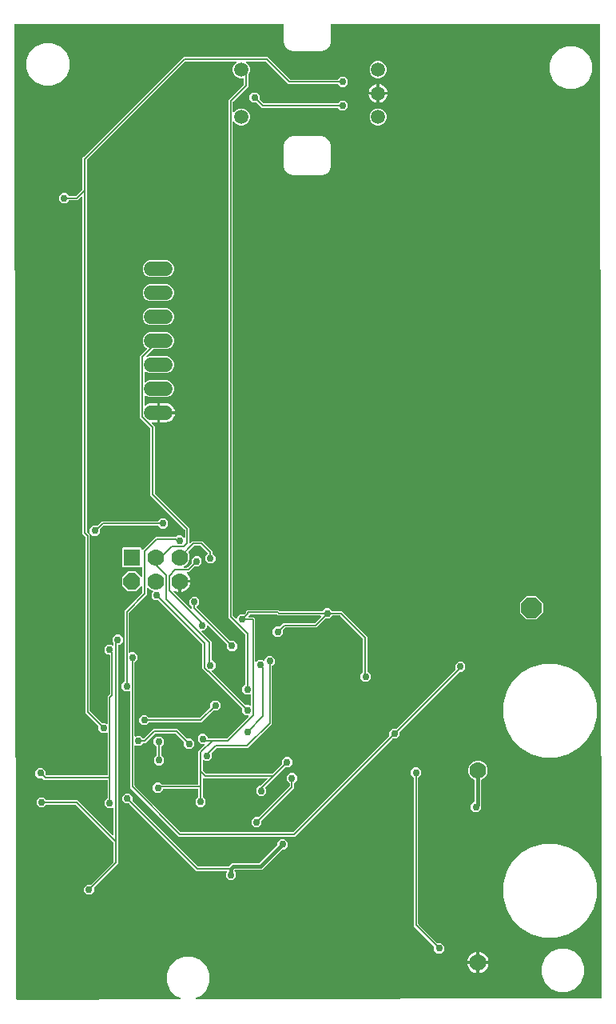
<source format=gbr>
G04 EAGLE Gerber X2 export*
%TF.Part,Single*%
%TF.FileFunction,Copper,L2,Bot,Mixed*%
%TF.FilePolarity,Positive*%
%TF.GenerationSoftware,Autodesk,EAGLE,9.1.1*%
%TF.CreationDate,2018-07-18T19:57:23Z*%
G75*
%MOMM*%
%FSLAX34Y34*%
%LPD*%
%AMOC8*
5,1,8,0,0,1.08239X$1,22.5*%
G01*
%ADD10R,2.100000X5.000000*%
%ADD11R,2.000000X4.000000*%
%ADD12R,1.508000X1.508000*%
%ADD13R,4.000000X2.000000*%
%ADD14C,1.508000*%
%ADD15P,2.336880X8X22.500000*%
%ADD16C,1.508000*%
%ADD17P,1.924489X8X22.500000*%
%ADD18C,1.778000*%
%ADD19R,1.778000X1.778000*%
%ADD20C,0.756400*%
%ADD21C,0.406400*%
%ADD22C,0.152400*%
%ADD23C,0.152400*%

G36*
X183561Y10590D02*
X183561Y10590D01*
X183656Y10606D01*
X183752Y10615D01*
X183777Y10626D01*
X183804Y10631D01*
X183889Y10676D01*
X183977Y10715D01*
X183997Y10733D01*
X184021Y10746D01*
X184087Y10816D01*
X184158Y10882D01*
X184171Y10905D01*
X184190Y10925D01*
X184230Y11012D01*
X184277Y11097D01*
X184282Y11124D01*
X184293Y11148D01*
X184303Y11244D01*
X184321Y11339D01*
X184317Y11366D01*
X184320Y11393D01*
X184299Y11487D01*
X184285Y11582D01*
X184273Y11607D01*
X184267Y11633D01*
X184217Y11716D01*
X184173Y11802D01*
X184154Y11821D01*
X184140Y11844D01*
X184067Y11906D01*
X183998Y11974D01*
X183968Y11990D01*
X183953Y12003D01*
X183922Y12016D01*
X183851Y12055D01*
X179664Y13789D01*
X173289Y20164D01*
X169839Y28493D01*
X169839Y37507D01*
X173289Y45836D01*
X179664Y52211D01*
X187993Y55661D01*
X197007Y55661D01*
X205336Y52211D01*
X211711Y45836D01*
X215161Y37507D01*
X215161Y28493D01*
X211711Y20164D01*
X205336Y13789D01*
X201251Y12097D01*
X201167Y12045D01*
X201081Y11999D01*
X201063Y11981D01*
X201042Y11967D01*
X200979Y11892D01*
X200912Y11820D01*
X200901Y11797D01*
X200885Y11778D01*
X200850Y11686D01*
X200809Y11597D01*
X200806Y11572D01*
X200797Y11548D01*
X200793Y11450D01*
X200782Y11352D01*
X200787Y11328D01*
X200786Y11302D01*
X200814Y11208D01*
X200835Y11112D01*
X200848Y11090D01*
X200855Y11066D01*
X200911Y10986D01*
X200962Y10901D01*
X200981Y10885D01*
X200995Y10864D01*
X201074Y10805D01*
X201149Y10742D01*
X201172Y10732D01*
X201193Y10717D01*
X201286Y10687D01*
X201377Y10650D01*
X201408Y10647D01*
X201426Y10641D01*
X201459Y10642D01*
X201544Y10632D01*
X630064Y11635D01*
X630084Y11638D01*
X630103Y11636D01*
X630204Y11658D01*
X630307Y11675D01*
X630324Y11685D01*
X630343Y11689D01*
X630432Y11742D01*
X630524Y11791D01*
X630538Y11805D01*
X630554Y11815D01*
X630622Y11894D01*
X630693Y11970D01*
X630701Y11988D01*
X630714Y12002D01*
X630753Y12099D01*
X630796Y12193D01*
X630798Y12213D01*
X630806Y12231D01*
X630824Y12397D01*
X629371Y1042001D01*
X629368Y1042020D01*
X629370Y1042039D01*
X629348Y1042141D01*
X629331Y1042244D01*
X629322Y1042261D01*
X629318Y1042280D01*
X629264Y1042369D01*
X629216Y1042461D01*
X629201Y1042474D01*
X629192Y1042491D01*
X629113Y1042558D01*
X629037Y1042630D01*
X629019Y1042638D01*
X629005Y1042651D01*
X628908Y1042690D01*
X628814Y1042733D01*
X628795Y1042736D01*
X628776Y1042743D01*
X628610Y1042761D01*
X344184Y1042761D01*
X344164Y1042758D01*
X344145Y1042760D01*
X344043Y1042738D01*
X343941Y1042722D01*
X343924Y1042712D01*
X343904Y1042708D01*
X343815Y1042655D01*
X343724Y1042606D01*
X343710Y1042592D01*
X343693Y1042582D01*
X343626Y1042503D01*
X343554Y1042428D01*
X343546Y1042410D01*
X343533Y1042395D01*
X343494Y1042299D01*
X343451Y1042205D01*
X343449Y1042185D01*
X343441Y1042167D01*
X343423Y1042000D01*
X343423Y1022327D01*
X341760Y1018313D01*
X338687Y1015240D01*
X334673Y1013577D01*
X302827Y1013577D01*
X298813Y1015240D01*
X295240Y1018813D01*
X293577Y1022827D01*
X293577Y1042000D01*
X293574Y1042020D01*
X293576Y1042039D01*
X293554Y1042141D01*
X293538Y1042243D01*
X293528Y1042260D01*
X293524Y1042280D01*
X293471Y1042369D01*
X293422Y1042460D01*
X293408Y1042474D01*
X293398Y1042491D01*
X293319Y1042558D01*
X293244Y1042629D01*
X293226Y1042638D01*
X293211Y1042651D01*
X293115Y1042690D01*
X293021Y1042733D01*
X293001Y1042735D01*
X292983Y1042743D01*
X292816Y1042761D01*
X9452Y1042761D01*
X9431Y1042758D01*
X9411Y1042760D01*
X9311Y1042738D01*
X9209Y1042721D01*
X9191Y1042712D01*
X9171Y1042708D01*
X9082Y1042654D01*
X8992Y1042606D01*
X8977Y1042592D01*
X8960Y1042581D01*
X8893Y1042503D01*
X8822Y1042428D01*
X8813Y1042409D01*
X8800Y1042394D01*
X8762Y1042299D01*
X8719Y1042205D01*
X8716Y1042185D01*
X8709Y1042166D01*
X8690Y1041999D01*
X10145Y10946D01*
X10149Y10926D01*
X10146Y10906D01*
X10169Y10805D01*
X10185Y10704D01*
X10195Y10686D01*
X10199Y10666D01*
X10252Y10578D01*
X10301Y10487D01*
X10316Y10473D01*
X10326Y10455D01*
X10404Y10388D01*
X10479Y10317D01*
X10498Y10309D01*
X10513Y10296D01*
X10609Y10257D01*
X10703Y10214D01*
X10723Y10212D01*
X10742Y10204D01*
X10908Y10186D01*
X183561Y10590D01*
G37*
%LPC*%
G36*
X85302Y121193D02*
X85302Y121193D01*
X82193Y124302D01*
X82193Y128698D01*
X85302Y131807D01*
X89257Y131807D01*
X89348Y131821D01*
X89438Y131829D01*
X89468Y131841D01*
X89500Y131846D01*
X89581Y131889D01*
X89665Y131925D01*
X89697Y131951D01*
X89718Y131962D01*
X89740Y131985D01*
X89796Y132030D01*
X113490Y155724D01*
X113543Y155798D01*
X113603Y155868D01*
X113615Y155898D01*
X113634Y155924D01*
X113661Y156011D01*
X113695Y156096D01*
X113699Y156137D01*
X113706Y156159D01*
X113705Y156191D01*
X113713Y156263D01*
X113713Y176237D01*
X113699Y176328D01*
X113691Y176418D01*
X113679Y176448D01*
X113674Y176480D01*
X113631Y176561D01*
X113595Y176645D01*
X113569Y176677D01*
X113558Y176698D01*
X113535Y176720D01*
X113490Y176776D01*
X73776Y216490D01*
X73702Y216543D01*
X73632Y216603D01*
X73602Y216615D01*
X73576Y216634D01*
X73489Y216661D01*
X73404Y216695D01*
X73363Y216699D01*
X73341Y216706D01*
X73309Y216705D01*
X73237Y216713D01*
X42533Y216713D01*
X42443Y216699D01*
X42352Y216691D01*
X42323Y216679D01*
X42291Y216674D01*
X42210Y216631D01*
X42126Y216595D01*
X42094Y216569D01*
X42073Y216558D01*
X42051Y216535D01*
X41995Y216490D01*
X39198Y213693D01*
X34802Y213693D01*
X31693Y216802D01*
X31693Y221198D01*
X34802Y224307D01*
X39198Y224307D01*
X41995Y221510D01*
X42069Y221457D01*
X42139Y221397D01*
X42169Y221385D01*
X42195Y221366D01*
X42282Y221339D01*
X42367Y221305D01*
X42408Y221301D01*
X42430Y221294D01*
X42462Y221295D01*
X42533Y221287D01*
X75447Y221287D01*
X77010Y219724D01*
X112414Y184320D01*
X112472Y184278D01*
X112524Y184229D01*
X112571Y184207D01*
X112613Y184177D01*
X112682Y184156D01*
X112747Y184125D01*
X112799Y184120D01*
X112849Y184104D01*
X112920Y184106D01*
X112991Y184098D01*
X113042Y184109D01*
X113094Y184111D01*
X113162Y184135D01*
X113232Y184150D01*
X113277Y184177D01*
X113325Y184195D01*
X113381Y184240D01*
X113443Y184277D01*
X113477Y184316D01*
X113517Y184349D01*
X113556Y184409D01*
X113603Y184464D01*
X113622Y184512D01*
X113650Y184556D01*
X113668Y184625D01*
X113695Y184692D01*
X113703Y184763D01*
X113711Y184794D01*
X113709Y184818D01*
X113713Y184858D01*
X113713Y212871D01*
X113702Y212941D01*
X113700Y213013D01*
X113682Y213062D01*
X113674Y213113D01*
X113640Y213177D01*
X113615Y213244D01*
X113583Y213285D01*
X113558Y213331D01*
X113506Y213380D01*
X113462Y213436D01*
X113418Y213464D01*
X113380Y213500D01*
X113315Y213530D01*
X113255Y213569D01*
X113204Y213582D01*
X113157Y213604D01*
X113086Y213612D01*
X113016Y213629D01*
X112964Y213625D01*
X112913Y213631D01*
X112842Y213616D01*
X112771Y213610D01*
X112723Y213590D01*
X112672Y213579D01*
X112611Y213542D01*
X112545Y213514D01*
X112489Y213469D01*
X112461Y213452D01*
X112446Y213435D01*
X112414Y213409D01*
X111698Y212693D01*
X107302Y212693D01*
X104193Y215802D01*
X104193Y220198D01*
X106990Y222995D01*
X107043Y223069D01*
X107103Y223139D01*
X107115Y223169D01*
X107134Y223195D01*
X107161Y223282D01*
X107195Y223367D01*
X107199Y223408D01*
X107206Y223430D01*
X107205Y223462D01*
X107213Y223533D01*
X107213Y241952D01*
X107210Y241972D01*
X107212Y241991D01*
X107190Y242093D01*
X107174Y242195D01*
X107164Y242212D01*
X107160Y242232D01*
X107107Y242321D01*
X107058Y242412D01*
X107044Y242426D01*
X107034Y242443D01*
X106955Y242510D01*
X106880Y242582D01*
X106862Y242590D01*
X106847Y242603D01*
X106751Y242642D01*
X106657Y242685D01*
X106637Y242687D01*
X106619Y242695D01*
X106452Y242713D01*
X40053Y242713D01*
X38296Y244470D01*
X38222Y244523D01*
X38152Y244583D01*
X38122Y244595D01*
X38096Y244614D01*
X38009Y244641D01*
X37924Y244675D01*
X37883Y244679D01*
X37861Y244686D01*
X37829Y244685D01*
X37757Y244693D01*
X33802Y244693D01*
X30693Y247802D01*
X30693Y252198D01*
X33802Y255307D01*
X38198Y255307D01*
X41307Y252198D01*
X41307Y248243D01*
X41321Y248152D01*
X41329Y248062D01*
X41341Y248032D01*
X41346Y248000D01*
X41389Y247919D01*
X41425Y247835D01*
X41451Y247803D01*
X41462Y247782D01*
X41485Y247760D01*
X41530Y247704D01*
X41724Y247510D01*
X41798Y247457D01*
X41868Y247397D01*
X41898Y247385D01*
X41924Y247366D01*
X42011Y247339D01*
X42096Y247305D01*
X42137Y247301D01*
X42159Y247294D01*
X42191Y247295D01*
X42263Y247287D01*
X106452Y247287D01*
X106472Y247290D01*
X106491Y247288D01*
X106593Y247310D01*
X106695Y247326D01*
X106712Y247336D01*
X106732Y247340D01*
X106821Y247393D01*
X106912Y247442D01*
X106926Y247456D01*
X106943Y247466D01*
X107010Y247545D01*
X107082Y247620D01*
X107090Y247638D01*
X107103Y247653D01*
X107142Y247749D01*
X107185Y247843D01*
X107187Y247863D01*
X107195Y247881D01*
X107213Y248048D01*
X107213Y292371D01*
X107202Y292441D01*
X107200Y292513D01*
X107182Y292562D01*
X107174Y292613D01*
X107140Y292677D01*
X107115Y292744D01*
X107083Y292785D01*
X107058Y292831D01*
X107006Y292880D01*
X106962Y292936D01*
X106918Y292964D01*
X106880Y293000D01*
X106815Y293030D01*
X106755Y293069D01*
X106704Y293082D01*
X106657Y293104D01*
X106586Y293112D01*
X106516Y293129D01*
X106464Y293125D01*
X106413Y293131D01*
X106342Y293116D01*
X106271Y293110D01*
X106223Y293090D01*
X106172Y293079D01*
X106111Y293042D01*
X106045Y293014D01*
X105989Y292969D01*
X105961Y292952D01*
X105946Y292935D01*
X105914Y292909D01*
X105198Y292193D01*
X100802Y292193D01*
X97693Y295302D01*
X97693Y299257D01*
X97679Y299348D01*
X97671Y299438D01*
X97659Y299468D01*
X97654Y299500D01*
X97611Y299581D01*
X97575Y299665D01*
X97549Y299697D01*
X97538Y299718D01*
X97515Y299740D01*
X97470Y299796D01*
X85276Y311990D01*
X83713Y313553D01*
X83713Y499737D01*
X83699Y499828D01*
X83691Y499918D01*
X83679Y499948D01*
X83674Y499980D01*
X83631Y500061D01*
X83595Y500145D01*
X83569Y500177D01*
X83558Y500198D01*
X83535Y500220D01*
X83490Y500276D01*
X80713Y503053D01*
X80713Y859642D01*
X80702Y859712D01*
X80700Y859784D01*
X80682Y859833D01*
X80674Y859884D01*
X80640Y859948D01*
X80615Y860015D01*
X80583Y860056D01*
X80558Y860102D01*
X80506Y860151D01*
X80462Y860207D01*
X80418Y860235D01*
X80380Y860271D01*
X80315Y860301D01*
X80255Y860340D01*
X80204Y860353D01*
X80157Y860375D01*
X80086Y860383D01*
X80016Y860400D01*
X79964Y860396D01*
X79913Y860402D01*
X79842Y860387D01*
X79771Y860381D01*
X79723Y860361D01*
X79672Y860350D01*
X79611Y860313D01*
X79545Y860285D01*
X79489Y860240D01*
X79461Y860223D01*
X79446Y860206D01*
X79414Y860180D01*
X77010Y857776D01*
X75447Y856213D01*
X66533Y856213D01*
X66443Y856199D01*
X66352Y856191D01*
X66323Y856179D01*
X66291Y856174D01*
X66210Y856131D01*
X66126Y856095D01*
X66094Y856069D01*
X66073Y856058D01*
X66051Y856035D01*
X65995Y855990D01*
X63198Y853193D01*
X58802Y853193D01*
X55693Y856302D01*
X55693Y860698D01*
X58802Y863807D01*
X63198Y863807D01*
X65995Y861010D01*
X66069Y860957D01*
X66139Y860897D01*
X66169Y860885D01*
X66195Y860866D01*
X66282Y860839D01*
X66367Y860805D01*
X66408Y860801D01*
X66430Y860794D01*
X66462Y860795D01*
X66533Y860787D01*
X73237Y860787D01*
X73328Y860801D01*
X73418Y860809D01*
X73448Y860821D01*
X73480Y860826D01*
X73561Y860869D01*
X73645Y860905D01*
X73677Y860931D01*
X73698Y860942D01*
X73720Y860965D01*
X73776Y861010D01*
X80490Y867724D01*
X80543Y867798D01*
X80603Y867868D01*
X80615Y867898D01*
X80634Y867924D01*
X80661Y868011D01*
X80695Y868096D01*
X80699Y868137D01*
X80706Y868159D01*
X80705Y868191D01*
X80713Y868262D01*
X80713Y900947D01*
X82276Y902510D01*
X185990Y1006224D01*
X187553Y1007787D01*
X276447Y1007787D01*
X300224Y984010D01*
X300298Y983957D01*
X300368Y983897D01*
X300398Y983885D01*
X300424Y983866D01*
X300511Y983839D01*
X300596Y983805D01*
X300637Y983801D01*
X300659Y983794D01*
X300691Y983795D01*
X300763Y983787D01*
X350967Y983787D01*
X351057Y983801D01*
X351148Y983809D01*
X351177Y983821D01*
X351209Y983826D01*
X351290Y983869D01*
X351374Y983905D01*
X351406Y983931D01*
X351427Y983942D01*
X351449Y983965D01*
X351505Y984010D01*
X354302Y986807D01*
X358698Y986807D01*
X361807Y983698D01*
X361807Y979302D01*
X358698Y976193D01*
X354302Y976193D01*
X351505Y978990D01*
X351431Y979043D01*
X351361Y979103D01*
X351331Y979115D01*
X351305Y979134D01*
X351218Y979161D01*
X351133Y979195D01*
X351092Y979199D01*
X351070Y979206D01*
X351038Y979205D01*
X350967Y979213D01*
X298553Y979213D01*
X274776Y1002990D01*
X274702Y1003043D01*
X274632Y1003103D01*
X274602Y1003115D01*
X274576Y1003134D01*
X274489Y1003161D01*
X274404Y1003195D01*
X274363Y1003199D01*
X274341Y1003206D01*
X274309Y1003205D01*
X274237Y1003213D01*
X254544Y1003213D01*
X254473Y1003202D01*
X254402Y1003200D01*
X254353Y1003182D01*
X254301Y1003174D01*
X254238Y1003140D01*
X254171Y1003115D01*
X254130Y1003083D01*
X254084Y1003058D01*
X254035Y1003006D01*
X253979Y1002962D01*
X253950Y1002918D01*
X253915Y1002880D01*
X253884Y1002815D01*
X253846Y1002755D01*
X253833Y1002704D01*
X253811Y1002657D01*
X253803Y1002586D01*
X253785Y1002516D01*
X253790Y1002464D01*
X253784Y1002413D01*
X253799Y1002342D01*
X253805Y1002271D01*
X253825Y1002223D01*
X253836Y1002172D01*
X253873Y1002111D01*
X253901Y1002045D01*
X253946Y1001989D01*
X253962Y1001961D01*
X253980Y1001946D01*
X254006Y1001914D01*
X256485Y999435D01*
X257865Y996103D01*
X257865Y992497D01*
X256485Y989165D01*
X256310Y988990D01*
X256257Y988916D01*
X256197Y988847D01*
X256185Y988817D01*
X256166Y988791D01*
X256139Y988703D01*
X256105Y988619D01*
X256101Y988578D01*
X256094Y988555D01*
X256095Y988523D01*
X256087Y988452D01*
X256087Y976405D01*
X239984Y960302D01*
X239931Y960228D01*
X239871Y960158D01*
X239859Y960128D01*
X239840Y960102D01*
X239813Y960015D01*
X239779Y959930D01*
X239775Y959889D01*
X239768Y959867D01*
X239769Y959835D01*
X239761Y959763D01*
X239761Y949918D01*
X239772Y949847D01*
X239774Y949776D01*
X239792Y949727D01*
X239800Y949675D01*
X239834Y949612D01*
X239859Y949545D01*
X239891Y949504D01*
X239916Y949458D01*
X239968Y949409D01*
X240012Y949353D01*
X240056Y949324D01*
X240094Y949289D01*
X240159Y949258D01*
X240219Y949220D01*
X240270Y949207D01*
X240317Y949185D01*
X240388Y949177D01*
X240458Y949159D01*
X240510Y949164D01*
X240561Y949158D01*
X240632Y949173D01*
X240703Y949179D01*
X240751Y949199D01*
X240802Y949210D01*
X240863Y949247D01*
X240929Y949275D01*
X240985Y949320D01*
X241013Y949336D01*
X241028Y949354D01*
X241060Y949380D01*
X243665Y951985D01*
X246997Y953365D01*
X250603Y953365D01*
X253935Y951985D01*
X256485Y949435D01*
X257865Y946103D01*
X257865Y942497D01*
X256485Y939165D01*
X253935Y936615D01*
X250603Y935235D01*
X246997Y935235D01*
X243665Y936615D01*
X241060Y939220D01*
X241002Y939262D01*
X240950Y939311D01*
X240903Y939333D01*
X240861Y939364D01*
X240792Y939385D01*
X240727Y939415D01*
X240675Y939421D01*
X240625Y939436D01*
X240554Y939434D01*
X240483Y939442D01*
X240432Y939431D01*
X240380Y939430D01*
X240312Y939405D01*
X240242Y939390D01*
X240197Y939363D01*
X240149Y939345D01*
X240093Y939300D01*
X240031Y939264D01*
X239997Y939224D01*
X239957Y939192D01*
X239918Y939131D01*
X239871Y939077D01*
X239852Y939029D01*
X239824Y938985D01*
X239806Y938915D01*
X239779Y938849D01*
X239771Y938777D01*
X239763Y938746D01*
X239765Y938723D01*
X239761Y938682D01*
X239761Y416707D01*
X239775Y416617D01*
X239783Y416526D01*
X239795Y416496D01*
X239800Y416464D01*
X239843Y416384D01*
X239879Y416300D01*
X239905Y416268D01*
X239916Y416247D01*
X239939Y416225D01*
X239945Y416217D01*
X239953Y416203D01*
X239963Y416195D01*
X239984Y416169D01*
X242894Y413259D01*
X242952Y413217D01*
X243004Y413167D01*
X243051Y413145D01*
X243093Y413115D01*
X243162Y413094D01*
X243227Y413064D01*
X243279Y413058D01*
X243329Y413043D01*
X243400Y413045D01*
X243471Y413037D01*
X243522Y413048D01*
X243574Y413049D01*
X243642Y413074D01*
X243712Y413089D01*
X243756Y413116D01*
X243805Y413134D01*
X243861Y413178D01*
X243923Y413215D01*
X243957Y413255D01*
X243997Y413287D01*
X244036Y413348D01*
X244083Y413402D01*
X244102Y413450D01*
X244130Y413494D01*
X244148Y413564D01*
X244175Y413630D01*
X244183Y413702D01*
X244191Y413733D01*
X244189Y413756D01*
X244193Y413797D01*
X244193Y414698D01*
X247302Y417807D01*
X251257Y417807D01*
X251348Y417821D01*
X251438Y417829D01*
X251468Y417841D01*
X251500Y417846D01*
X251581Y417889D01*
X251665Y417925D01*
X251697Y417951D01*
X251718Y417962D01*
X251740Y417985D01*
X251796Y418030D01*
X253490Y419724D01*
X253543Y419798D01*
X253603Y419868D01*
X253615Y419898D01*
X253634Y419924D01*
X253661Y420011D01*
X253695Y420096D01*
X253699Y420137D01*
X253706Y420159D01*
X253705Y420191D01*
X253713Y420263D01*
X253713Y420947D01*
X255053Y422287D01*
X288447Y422287D01*
X289224Y421510D01*
X289298Y421457D01*
X289368Y421397D01*
X289398Y421385D01*
X289424Y421366D01*
X289511Y421339D01*
X289596Y421305D01*
X289637Y421301D01*
X289659Y421294D01*
X289691Y421295D01*
X289762Y421287D01*
X334467Y421287D01*
X334557Y421301D01*
X334648Y421309D01*
X334677Y421321D01*
X334709Y421326D01*
X334790Y421369D01*
X334874Y421405D01*
X334906Y421431D01*
X334927Y421442D01*
X334949Y421465D01*
X335005Y421510D01*
X337802Y424307D01*
X342198Y424307D01*
X344995Y421510D01*
X345069Y421457D01*
X345139Y421397D01*
X345169Y421385D01*
X345195Y421366D01*
X345282Y421339D01*
X345367Y421305D01*
X345408Y421301D01*
X345430Y421294D01*
X345462Y421295D01*
X345533Y421287D01*
X355447Y421287D01*
X382287Y394447D01*
X382287Y358033D01*
X382301Y357943D01*
X382309Y357852D01*
X382321Y357823D01*
X382326Y357791D01*
X382369Y357710D01*
X382405Y357626D01*
X382431Y357594D01*
X382442Y357573D01*
X382465Y357551D01*
X382510Y357495D01*
X385807Y354198D01*
X385807Y349802D01*
X382698Y346693D01*
X378302Y346693D01*
X375193Y349802D01*
X375193Y354198D01*
X377490Y356495D01*
X377543Y356569D01*
X377603Y356639D01*
X377615Y356669D01*
X377634Y356695D01*
X377661Y356782D01*
X377695Y356867D01*
X377699Y356908D01*
X377706Y356930D01*
X377705Y356962D01*
X377713Y357033D01*
X377713Y392237D01*
X377699Y392328D01*
X377691Y392418D01*
X377679Y392448D01*
X377674Y392480D01*
X377631Y392561D01*
X377595Y392645D01*
X377569Y392677D01*
X377558Y392698D01*
X377535Y392720D01*
X377490Y392776D01*
X353776Y416490D01*
X353702Y416543D01*
X353632Y416603D01*
X353602Y416615D01*
X353576Y416634D01*
X353489Y416661D01*
X353404Y416695D01*
X353363Y416699D01*
X353341Y416706D01*
X353309Y416705D01*
X353237Y416713D01*
X345533Y416713D01*
X345443Y416699D01*
X345352Y416691D01*
X345323Y416679D01*
X345291Y416674D01*
X345210Y416631D01*
X345126Y416595D01*
X345094Y416569D01*
X345073Y416558D01*
X345056Y416540D01*
X345054Y416539D01*
X345047Y416532D01*
X344995Y416490D01*
X342198Y413693D01*
X338243Y413693D01*
X338152Y413679D01*
X338062Y413671D01*
X338032Y413659D01*
X338000Y413654D01*
X337919Y413611D01*
X337835Y413575D01*
X337803Y413549D01*
X337782Y413538D01*
X337760Y413515D01*
X337704Y413470D01*
X328322Y404088D01*
X295638Y404088D01*
X295547Y404074D01*
X295457Y404066D01*
X295427Y404054D01*
X295395Y404049D01*
X295314Y404006D01*
X295230Y403970D01*
X295198Y403944D01*
X295177Y403933D01*
X295155Y403910D01*
X295099Y403865D01*
X293030Y401796D01*
X292977Y401722D01*
X292917Y401652D01*
X292905Y401622D01*
X292886Y401596D01*
X292859Y401509D01*
X292825Y401424D01*
X292821Y401383D01*
X292814Y401361D01*
X292815Y401329D01*
X292807Y401258D01*
X292807Y397302D01*
X289698Y394193D01*
X285302Y394193D01*
X282193Y397302D01*
X282193Y401698D01*
X285302Y404807D01*
X289258Y404807D01*
X289348Y404821D01*
X289439Y404829D01*
X289468Y404841D01*
X289500Y404846D01*
X289581Y404889D01*
X289665Y404925D01*
X289697Y404951D01*
X289718Y404962D01*
X289740Y404985D01*
X289796Y405030D01*
X293428Y408662D01*
X326112Y408662D01*
X326203Y408676D01*
X326293Y408684D01*
X326323Y408696D01*
X326355Y408701D01*
X326436Y408744D01*
X326520Y408780D01*
X326552Y408806D01*
X326573Y408817D01*
X326595Y408840D01*
X326651Y408885D01*
X333180Y415414D01*
X333222Y415472D01*
X333271Y415524D01*
X333293Y415571D01*
X333323Y415613D01*
X333344Y415682D01*
X333375Y415747D01*
X333380Y415799D01*
X333396Y415849D01*
X333394Y415920D01*
X333402Y415991D01*
X333391Y416042D01*
X333389Y416094D01*
X333365Y416162D01*
X333350Y416232D01*
X333323Y416277D01*
X333305Y416325D01*
X333260Y416381D01*
X333223Y416443D01*
X333184Y416477D01*
X333151Y416517D01*
X333091Y416556D01*
X333036Y416603D01*
X332988Y416622D01*
X332944Y416650D01*
X332875Y416668D01*
X332808Y416695D01*
X332737Y416703D01*
X332706Y416711D01*
X332682Y416709D01*
X332642Y416713D01*
X287553Y416713D01*
X286776Y417490D01*
X286702Y417543D01*
X286632Y417603D01*
X286602Y417615D01*
X286576Y417634D01*
X286489Y417661D01*
X286404Y417695D01*
X286363Y417699D01*
X286341Y417706D01*
X286309Y417705D01*
X286237Y417713D01*
X258263Y417713D01*
X258172Y417699D01*
X258082Y417691D01*
X258052Y417679D01*
X258020Y417674D01*
X257939Y417631D01*
X257855Y417595D01*
X257823Y417569D01*
X257802Y417558D01*
X257780Y417535D01*
X257724Y417490D01*
X256724Y416490D01*
X256320Y416086D01*
X256278Y416028D01*
X256229Y415976D01*
X256207Y415929D01*
X256177Y415887D01*
X256156Y415818D01*
X256125Y415753D01*
X256120Y415701D01*
X256104Y415651D01*
X256106Y415580D01*
X256098Y415509D01*
X256109Y415458D01*
X256111Y415406D01*
X256135Y415338D01*
X256150Y415268D01*
X256177Y415223D01*
X256195Y415175D01*
X256240Y415119D01*
X256277Y415057D01*
X256316Y415023D01*
X256349Y414983D01*
X256409Y414944D01*
X256464Y414897D01*
X256512Y414878D01*
X256556Y414850D01*
X256625Y414832D01*
X256692Y414805D01*
X256763Y414797D01*
X256794Y414789D01*
X256818Y414791D01*
X256858Y414787D01*
X262197Y414787D01*
X263537Y413447D01*
X263537Y368379D01*
X263548Y368309D01*
X263550Y368237D01*
X263568Y368188D01*
X263576Y368137D01*
X263610Y368073D01*
X263635Y368006D01*
X263667Y367965D01*
X263692Y367919D01*
X263744Y367870D01*
X263788Y367814D01*
X263832Y367786D01*
X263870Y367750D01*
X263935Y367720D01*
X263995Y367681D01*
X264046Y367668D01*
X264093Y367646D01*
X264164Y367638D01*
X264234Y367621D01*
X264286Y367625D01*
X264337Y367619D01*
X264408Y367634D01*
X264479Y367640D01*
X264527Y367660D01*
X264578Y367671D01*
X264639Y367708D01*
X264705Y367736D01*
X264761Y367781D01*
X264789Y367798D01*
X264804Y367815D01*
X264836Y367841D01*
X266802Y369807D01*
X271198Y369807D01*
X272394Y368611D01*
X272452Y368569D01*
X272504Y368520D01*
X272551Y368498D01*
X272593Y368468D01*
X272662Y368446D01*
X272727Y368416D01*
X272779Y368411D01*
X272829Y368395D01*
X272900Y368397D01*
X272971Y368389D01*
X273022Y368400D01*
X273074Y368402D01*
X273142Y368426D01*
X273212Y368441D01*
X273257Y368468D01*
X273305Y368486D01*
X273361Y368531D01*
X273423Y368568D01*
X273457Y368607D01*
X273497Y368640D01*
X273536Y368700D01*
X273583Y368755D01*
X273602Y368803D01*
X273630Y368847D01*
X273648Y368916D01*
X273675Y368983D01*
X273683Y369054D01*
X273691Y369085D01*
X273689Y369108D01*
X273693Y369149D01*
X273693Y370698D01*
X276802Y373807D01*
X281198Y373807D01*
X284307Y370698D01*
X284307Y366302D01*
X281510Y363505D01*
X281457Y363431D01*
X281397Y363361D01*
X281385Y363331D01*
X281366Y363305D01*
X281339Y363218D01*
X281305Y363133D01*
X281301Y363092D01*
X281294Y363070D01*
X281295Y363038D01*
X281287Y362967D01*
X281287Y302053D01*
X255947Y276713D01*
X223263Y276713D01*
X223172Y276699D01*
X223082Y276691D01*
X223052Y276679D01*
X223020Y276674D01*
X222939Y276631D01*
X222855Y276595D01*
X222823Y276569D01*
X222802Y276558D01*
X222780Y276535D01*
X222724Y276490D01*
X217829Y271595D01*
X217817Y271579D01*
X217802Y271566D01*
X217746Y271479D01*
X217685Y271395D01*
X217679Y271376D01*
X217669Y271359D01*
X217643Y271259D01*
X217613Y271160D01*
X217613Y271140D01*
X217609Y271121D01*
X217617Y271018D01*
X217619Y270914D01*
X217626Y270895D01*
X217628Y270876D01*
X217668Y270781D01*
X217704Y270683D01*
X217716Y270667D01*
X217724Y270649D01*
X217817Y270533D01*
X217817Y266134D01*
X214708Y263025D01*
X210312Y263025D01*
X209086Y264251D01*
X209028Y264293D01*
X208976Y264342D01*
X208929Y264364D01*
X208887Y264395D01*
X208818Y264416D01*
X208753Y264446D01*
X208701Y264452D01*
X208651Y264467D01*
X208580Y264465D01*
X208509Y264473D01*
X208458Y264462D01*
X208406Y264461D01*
X208338Y264436D01*
X208268Y264421D01*
X208223Y264394D01*
X208175Y264376D01*
X208119Y264331D01*
X208057Y264295D01*
X208023Y264255D01*
X207983Y264222D01*
X207944Y264162D01*
X207897Y264108D01*
X207878Y264059D01*
X207850Y264016D01*
X207832Y263946D01*
X207805Y263880D01*
X207797Y263808D01*
X207789Y263777D01*
X207791Y263754D01*
X207787Y263713D01*
X207787Y253263D01*
X207801Y253172D01*
X207809Y253082D01*
X207821Y253052D01*
X207826Y253020D01*
X207869Y252939D01*
X207905Y252855D01*
X207931Y252823D01*
X207942Y252802D01*
X207965Y252780D01*
X208010Y252724D01*
X211224Y249510D01*
X211298Y249457D01*
X211368Y249397D01*
X211398Y249385D01*
X211424Y249366D01*
X211511Y249339D01*
X211596Y249305D01*
X211637Y249301D01*
X211659Y249294D01*
X211691Y249295D01*
X211763Y249287D01*
X281737Y249287D01*
X281828Y249301D01*
X281918Y249309D01*
X281948Y249321D01*
X281980Y249326D01*
X282061Y249369D01*
X282145Y249405D01*
X282177Y249431D01*
X282198Y249442D01*
X282220Y249465D01*
X282276Y249510D01*
X291970Y259204D01*
X292023Y259278D01*
X292083Y259348D01*
X292095Y259378D01*
X292114Y259404D01*
X292141Y259491D01*
X292175Y259576D01*
X292179Y259617D01*
X292186Y259639D01*
X292185Y259671D01*
X292193Y259743D01*
X292193Y263698D01*
X295302Y266807D01*
X299698Y266807D01*
X302807Y263698D01*
X302807Y259302D01*
X299698Y256193D01*
X295743Y256193D01*
X295652Y256179D01*
X295562Y256171D01*
X295532Y256159D01*
X295500Y256154D01*
X295419Y256111D01*
X295335Y256075D01*
X295303Y256049D01*
X295282Y256038D01*
X295260Y256015D01*
X295204Y255970D01*
X283724Y244490D01*
X274408Y235174D01*
X274396Y235158D01*
X274380Y235145D01*
X274324Y235058D01*
X274264Y234974D01*
X274258Y234955D01*
X274247Y234938D01*
X274222Y234838D01*
X274192Y234739D01*
X274192Y234719D01*
X274187Y234700D01*
X274195Y234597D01*
X274198Y234493D01*
X274205Y234474D01*
X274207Y234454D01*
X274247Y234360D01*
X274283Y234262D01*
X274295Y234246D01*
X274303Y234228D01*
X274408Y234097D01*
X275307Y233198D01*
X275307Y228802D01*
X272198Y225693D01*
X267802Y225693D01*
X264693Y228802D01*
X264693Y233198D01*
X267802Y236307D01*
X268758Y236307D01*
X268848Y236321D01*
X268939Y236329D01*
X268968Y236341D01*
X269000Y236346D01*
X269081Y236389D01*
X269165Y236425D01*
X269197Y236451D01*
X269218Y236462D01*
X269240Y236485D01*
X269296Y236530D01*
X276180Y243414D01*
X276222Y243472D01*
X276271Y243524D01*
X276293Y243571D01*
X276323Y243613D01*
X276344Y243682D01*
X276375Y243747D01*
X276380Y243799D01*
X276396Y243849D01*
X276394Y243920D01*
X276402Y243991D01*
X276391Y244042D01*
X276389Y244094D01*
X276365Y244162D01*
X276350Y244232D01*
X276323Y244276D01*
X276305Y244325D01*
X276260Y244381D01*
X276223Y244443D01*
X276184Y244477D01*
X276151Y244517D01*
X276091Y244556D01*
X276036Y244603D01*
X275988Y244622D01*
X275944Y244650D01*
X275875Y244668D01*
X275808Y244695D01*
X275737Y244703D01*
X275706Y244711D01*
X275682Y244709D01*
X275642Y244713D01*
X209553Y244713D01*
X209086Y245180D01*
X209028Y245222D01*
X208976Y245271D01*
X208929Y245293D01*
X208887Y245323D01*
X208818Y245344D01*
X208753Y245375D01*
X208701Y245380D01*
X208651Y245396D01*
X208580Y245394D01*
X208509Y245402D01*
X208458Y245391D01*
X208406Y245389D01*
X208338Y245365D01*
X208268Y245350D01*
X208223Y245323D01*
X208175Y245305D01*
X208119Y245260D01*
X208057Y245223D01*
X208023Y245184D01*
X207983Y245151D01*
X207944Y245091D01*
X207897Y245036D01*
X207878Y244988D01*
X207850Y244944D01*
X207832Y244875D01*
X207805Y244808D01*
X207797Y244737D01*
X207789Y244706D01*
X207791Y244682D01*
X207787Y244642D01*
X207787Y225033D01*
X207801Y224943D01*
X207809Y224852D01*
X207821Y224823D01*
X207826Y224791D01*
X207869Y224710D01*
X207905Y224626D01*
X207931Y224594D01*
X207942Y224573D01*
X207965Y224551D01*
X208010Y224495D01*
X210807Y221698D01*
X210807Y217302D01*
X207698Y214193D01*
X203302Y214193D01*
X200193Y217302D01*
X200193Y221698D01*
X202990Y224495D01*
X203043Y224569D01*
X203103Y224639D01*
X203115Y224669D01*
X203134Y224695D01*
X203161Y224782D01*
X203195Y224867D01*
X203199Y224908D01*
X203206Y224930D01*
X203205Y224962D01*
X203213Y225033D01*
X203213Y232452D01*
X203210Y232472D01*
X203212Y232491D01*
X203190Y232593D01*
X203174Y232695D01*
X203164Y232712D01*
X203160Y232732D01*
X203107Y232821D01*
X203058Y232912D01*
X203044Y232926D01*
X203034Y232943D01*
X202955Y233010D01*
X202880Y233082D01*
X202862Y233090D01*
X202847Y233103D01*
X202751Y233142D01*
X202657Y233185D01*
X202637Y233187D01*
X202619Y233195D01*
X202452Y233213D01*
X166568Y233213D01*
X166548Y233210D01*
X166529Y233212D01*
X166427Y233190D01*
X166325Y233174D01*
X166308Y233164D01*
X166288Y233160D01*
X166199Y233107D01*
X166108Y233058D01*
X166094Y233044D01*
X166077Y233034D01*
X166010Y232955D01*
X165938Y232880D01*
X165930Y232862D01*
X165917Y232847D01*
X165878Y232751D01*
X165835Y232657D01*
X165833Y232637D01*
X165825Y232619D01*
X165807Y232452D01*
X165807Y232302D01*
X162698Y229193D01*
X158302Y229193D01*
X155193Y232302D01*
X155193Y236698D01*
X158302Y239807D01*
X162698Y239807D01*
X164495Y238010D01*
X164569Y237957D01*
X164639Y237897D01*
X164669Y237885D01*
X164695Y237866D01*
X164782Y237839D01*
X164867Y237805D01*
X164908Y237801D01*
X164930Y237794D01*
X164962Y237795D01*
X165033Y237787D01*
X202452Y237787D01*
X202472Y237790D01*
X202491Y237788D01*
X202593Y237810D01*
X202695Y237826D01*
X202712Y237836D01*
X202732Y237840D01*
X202821Y237893D01*
X202912Y237942D01*
X202926Y237956D01*
X202943Y237966D01*
X203010Y238045D01*
X203082Y238120D01*
X203090Y238138D01*
X203103Y238153D01*
X203142Y238249D01*
X203185Y238343D01*
X203187Y238363D01*
X203195Y238381D01*
X203213Y238548D01*
X203213Y272947D01*
X204776Y274510D01*
X209660Y279394D01*
X209702Y279452D01*
X209751Y279504D01*
X209773Y279551D01*
X209803Y279593D01*
X209824Y279662D01*
X209855Y279727D01*
X209860Y279779D01*
X209876Y279829D01*
X209874Y279900D01*
X209882Y279971D01*
X209871Y280022D01*
X209869Y280074D01*
X209845Y280142D01*
X209830Y280212D01*
X209803Y280257D01*
X209785Y280305D01*
X209740Y280361D01*
X209703Y280423D01*
X209664Y280457D01*
X209631Y280497D01*
X209571Y280536D01*
X209516Y280583D01*
X209468Y280602D01*
X209424Y280630D01*
X209355Y280648D01*
X209288Y280675D01*
X209217Y280683D01*
X209186Y280691D01*
X209162Y280689D01*
X209122Y280693D01*
X205802Y280693D01*
X202693Y283802D01*
X202693Y288198D01*
X205802Y291307D01*
X210198Y291307D01*
X213307Y288198D01*
X213307Y287548D01*
X213310Y287528D01*
X213308Y287509D01*
X213330Y287407D01*
X213346Y287305D01*
X213356Y287288D01*
X213360Y287268D01*
X213413Y287179D01*
X213462Y287088D01*
X213476Y287074D01*
X213486Y287057D01*
X213565Y286990D01*
X213640Y286918D01*
X213658Y286910D01*
X213673Y286897D01*
X213769Y286858D01*
X213863Y286815D01*
X213883Y286813D01*
X213901Y286805D01*
X214068Y286787D01*
X232987Y286787D01*
X233078Y286801D01*
X233168Y286809D01*
X233198Y286821D01*
X233230Y286826D01*
X233311Y286869D01*
X233395Y286905D01*
X233427Y286931D01*
X233448Y286942D01*
X233470Y286965D01*
X233526Y287010D01*
X256410Y309894D01*
X256452Y309952D01*
X256501Y310004D01*
X256523Y310051D01*
X256553Y310093D01*
X256574Y310162D01*
X256605Y310227D01*
X256610Y310279D01*
X256626Y310329D01*
X256624Y310400D01*
X256632Y310471D01*
X256621Y310522D01*
X256619Y310574D01*
X256595Y310642D01*
X256580Y310712D01*
X256553Y310757D01*
X256535Y310805D01*
X256490Y310861D01*
X256453Y310923D01*
X256414Y310957D01*
X256381Y310997D01*
X256321Y311036D01*
X256266Y311083D01*
X256218Y311102D01*
X256174Y311130D01*
X256105Y311148D01*
X256038Y311175D01*
X255967Y311183D01*
X255936Y311191D01*
X255912Y311189D01*
X255872Y311193D01*
X252984Y311193D01*
X249875Y314302D01*
X249875Y318257D01*
X249861Y318348D01*
X249853Y318438D01*
X249841Y318468D01*
X249836Y318500D01*
X249793Y318581D01*
X249757Y318665D01*
X249731Y318697D01*
X249720Y318718D01*
X249697Y318740D01*
X249652Y318796D01*
X213026Y355422D01*
X212952Y355475D01*
X212882Y355535D01*
X212852Y355547D01*
X212826Y355566D01*
X212739Y355593D01*
X212654Y355627D01*
X212613Y355631D01*
X212591Y355638D01*
X212559Y355637D01*
X212546Y355639D01*
X207645Y360539D01*
X207645Y385987D01*
X207631Y386078D01*
X207623Y386168D01*
X207611Y386198D01*
X207606Y386230D01*
X207563Y386311D01*
X207527Y386395D01*
X207501Y386427D01*
X207490Y386448D01*
X207467Y386470D01*
X207422Y386526D01*
X161478Y432470D01*
X161404Y432523D01*
X161334Y432583D01*
X161304Y432595D01*
X161278Y432614D01*
X161191Y432641D01*
X161106Y432675D01*
X161065Y432679D01*
X161043Y432686D01*
X161011Y432685D01*
X160939Y432693D01*
X156802Y432693D01*
X153693Y435802D01*
X153693Y440198D01*
X155218Y441723D01*
X155245Y441760D01*
X155279Y441791D01*
X155316Y441860D01*
X155362Y441923D01*
X155375Y441967D01*
X155397Y442007D01*
X155411Y442084D01*
X155434Y442158D01*
X155433Y442204D01*
X155441Y442249D01*
X155430Y442326D01*
X155428Y442404D01*
X155412Y442447D01*
X155405Y442492D01*
X155370Y442562D01*
X155343Y442635D01*
X155315Y442671D01*
X155294Y442711D01*
X155238Y442766D01*
X155190Y442827D01*
X155151Y442852D01*
X155118Y442884D01*
X154998Y442950D01*
X154983Y442960D01*
X154978Y442961D01*
X154971Y442965D01*
X152300Y444071D01*
X150062Y446309D01*
X150004Y446351D01*
X149952Y446400D01*
X149905Y446422D01*
X149863Y446453D01*
X149794Y446474D01*
X149729Y446504D01*
X149677Y446510D01*
X149627Y446525D01*
X149556Y446523D01*
X149485Y446531D01*
X149434Y446520D01*
X149382Y446519D01*
X149314Y446494D01*
X149244Y446479D01*
X149199Y446452D01*
X149151Y446434D01*
X149095Y446389D01*
X149033Y446353D01*
X148999Y446313D01*
X148959Y446280D01*
X148920Y446220D01*
X148873Y446166D01*
X148854Y446117D01*
X148826Y446074D01*
X148808Y446004D01*
X148781Y445938D01*
X148773Y445866D01*
X148765Y445835D01*
X148767Y445812D01*
X148763Y445771D01*
X148763Y438823D01*
X129942Y420002D01*
X129889Y419929D01*
X129829Y419859D01*
X129817Y419829D01*
X129798Y419803D01*
X129771Y419716D01*
X129737Y419631D01*
X129733Y419590D01*
X129726Y419568D01*
X129727Y419535D01*
X129719Y419464D01*
X129719Y378061D01*
X129730Y377991D01*
X129732Y377919D01*
X129750Y377870D01*
X129758Y377819D01*
X129792Y377755D01*
X129817Y377688D01*
X129849Y377647D01*
X129874Y377601D01*
X129926Y377552D01*
X129970Y377496D01*
X130014Y377468D01*
X130052Y377432D01*
X130117Y377402D01*
X130177Y377363D01*
X130228Y377350D01*
X130275Y377328D01*
X130346Y377320D01*
X130416Y377303D01*
X130468Y377307D01*
X130519Y377301D01*
X130590Y377316D01*
X130661Y377322D01*
X130709Y377342D01*
X130760Y377353D01*
X130821Y377390D01*
X130887Y377418D01*
X130943Y377463D01*
X130971Y377480D01*
X130986Y377497D01*
X131018Y377523D01*
X131302Y377807D01*
X135698Y377807D01*
X138807Y374698D01*
X138807Y370302D01*
X136010Y367505D01*
X135957Y367431D01*
X135897Y367361D01*
X135885Y367331D01*
X135866Y367305D01*
X135839Y367218D01*
X135805Y367133D01*
X135801Y367092D01*
X135794Y367070D01*
X135795Y367038D01*
X135787Y366967D01*
X135787Y289129D01*
X135798Y289059D01*
X135800Y288987D01*
X135818Y288938D01*
X135826Y288887D01*
X135860Y288823D01*
X135885Y288756D01*
X135917Y288715D01*
X135942Y288669D01*
X135994Y288620D01*
X136038Y288564D01*
X136082Y288536D01*
X136120Y288500D01*
X136185Y288470D01*
X136245Y288431D01*
X136296Y288418D01*
X136343Y288396D01*
X136414Y288388D01*
X136484Y288371D01*
X136536Y288375D01*
X136587Y288369D01*
X136658Y288384D01*
X136729Y288390D01*
X136777Y288410D01*
X136828Y288421D01*
X136889Y288458D01*
X136955Y288486D01*
X137011Y288531D01*
X137039Y288548D01*
X137054Y288565D01*
X137086Y288591D01*
X137802Y289307D01*
X142198Y289307D01*
X144606Y286898D01*
X144623Y286887D01*
X144635Y286871D01*
X144722Y286815D01*
X144806Y286755D01*
X144825Y286749D01*
X144842Y286738D01*
X144942Y286713D01*
X145041Y286683D01*
X145061Y286683D01*
X145080Y286678D01*
X145183Y286686D01*
X145287Y286689D01*
X145306Y286696D01*
X145326Y286697D01*
X145421Y286738D01*
X145518Y286773D01*
X145534Y286786D01*
X145552Y286794D01*
X145683Y286898D01*
X155339Y296555D01*
X181179Y296555D01*
X191204Y286530D01*
X191278Y286477D01*
X191348Y286417D01*
X191378Y286405D01*
X191404Y286386D01*
X191491Y286359D01*
X191576Y286325D01*
X191617Y286321D01*
X191639Y286314D01*
X191671Y286315D01*
X191743Y286307D01*
X195698Y286307D01*
X198807Y283198D01*
X198807Y278802D01*
X195698Y275693D01*
X191302Y275693D01*
X188193Y278802D01*
X188193Y282757D01*
X188179Y282848D01*
X188171Y282938D01*
X188159Y282968D01*
X188154Y283000D01*
X188111Y283081D01*
X188075Y283165D01*
X188049Y283197D01*
X188038Y283218D01*
X188015Y283240D01*
X187970Y283296D01*
X179508Y291758D01*
X179434Y291811D01*
X179364Y291871D01*
X179334Y291883D01*
X179308Y291902D01*
X179221Y291929D01*
X179136Y291963D01*
X179095Y291967D01*
X179073Y291974D01*
X179041Y291973D01*
X178969Y291981D01*
X157549Y291981D01*
X157459Y291967D01*
X157368Y291959D01*
X157338Y291947D01*
X157306Y291942D01*
X157226Y291899D01*
X157142Y291863D01*
X157110Y291837D01*
X157089Y291826D01*
X157067Y291803D01*
X157011Y291758D01*
X146966Y281713D01*
X145533Y281713D01*
X145443Y281699D01*
X145352Y281691D01*
X145323Y281679D01*
X145291Y281674D01*
X145210Y281631D01*
X145126Y281595D01*
X145094Y281569D01*
X145073Y281558D01*
X145051Y281535D01*
X144995Y281490D01*
X142198Y278693D01*
X137802Y278693D01*
X137086Y279409D01*
X137028Y279451D01*
X136976Y279500D01*
X136929Y279522D01*
X136887Y279552D01*
X136818Y279574D01*
X136753Y279604D01*
X136701Y279609D01*
X136651Y279625D01*
X136580Y279623D01*
X136509Y279631D01*
X136458Y279620D01*
X136406Y279618D01*
X136338Y279594D01*
X136268Y279579D01*
X136223Y279552D01*
X136175Y279534D01*
X136119Y279489D01*
X136057Y279452D01*
X136023Y279413D01*
X135983Y279380D01*
X135944Y279320D01*
X135897Y279265D01*
X135878Y279217D01*
X135850Y279173D01*
X135832Y279104D01*
X135805Y279037D01*
X135797Y278966D01*
X135789Y278935D01*
X135791Y278912D01*
X135787Y278871D01*
X135787Y236763D01*
X135801Y236672D01*
X135809Y236582D01*
X135821Y236552D01*
X135826Y236520D01*
X135869Y236439D01*
X135905Y236355D01*
X135931Y236323D01*
X135942Y236302D01*
X135965Y236280D01*
X136010Y236224D01*
X184724Y187510D01*
X184798Y187457D01*
X184868Y187397D01*
X184898Y187385D01*
X184924Y187366D01*
X185011Y187339D01*
X185096Y187305D01*
X185137Y187301D01*
X185159Y187294D01*
X185191Y187295D01*
X185263Y187287D01*
X303219Y187287D01*
X303310Y187301D01*
X303400Y187309D01*
X303430Y187321D01*
X303462Y187326D01*
X303543Y187369D01*
X303627Y187405D01*
X303659Y187431D01*
X303680Y187442D01*
X303702Y187465D01*
X303758Y187510D01*
X405470Y289222D01*
X405523Y289296D01*
X405583Y289366D01*
X405595Y289396D01*
X405614Y289422D01*
X405641Y289509D01*
X405675Y289594D01*
X405679Y289635D01*
X405686Y289657D01*
X405685Y289689D01*
X405693Y289761D01*
X405693Y293716D01*
X408802Y296825D01*
X412757Y296825D01*
X412848Y296839D01*
X412938Y296847D01*
X412968Y296859D01*
X413000Y296864D01*
X413081Y296907D01*
X413165Y296943D01*
X413197Y296969D01*
X413218Y296980D01*
X413240Y297003D01*
X413296Y297048D01*
X475583Y359335D01*
X475595Y359351D01*
X475611Y359364D01*
X475667Y359451D01*
X475727Y359535D01*
X475733Y359554D01*
X475744Y359571D01*
X475769Y359671D01*
X475799Y359770D01*
X475799Y359790D01*
X475804Y359809D01*
X475796Y359912D01*
X475793Y360016D01*
X475786Y360035D01*
X475784Y360055D01*
X475744Y360149D01*
X475708Y360247D01*
X475696Y360263D01*
X475693Y360269D01*
X475693Y364698D01*
X478802Y367807D01*
X483198Y367807D01*
X486307Y364698D01*
X486307Y360302D01*
X483198Y357193D01*
X480225Y357193D01*
X480134Y357179D01*
X480044Y357171D01*
X480014Y357159D01*
X479982Y357154D01*
X479901Y357111D01*
X479817Y357075D01*
X479785Y357049D01*
X479764Y357038D01*
X479742Y357015D01*
X479686Y356970D01*
X416530Y293814D01*
X416477Y293740D01*
X416417Y293670D01*
X416405Y293640D01*
X416386Y293614D01*
X416359Y293527D01*
X416325Y293442D01*
X416321Y293401D01*
X416314Y293379D01*
X416315Y293347D01*
X416307Y293275D01*
X416307Y289320D01*
X413198Y286211D01*
X409243Y286211D01*
X409152Y286197D01*
X409062Y286189D01*
X409032Y286177D01*
X409000Y286172D01*
X408919Y286129D01*
X408835Y286093D01*
X408803Y286067D01*
X408782Y286056D01*
X408760Y286033D01*
X408704Y285988D01*
X305429Y182713D01*
X183053Y182713D01*
X131213Y234553D01*
X131213Y336439D01*
X131202Y336509D01*
X131200Y336581D01*
X131182Y336630D01*
X131174Y336681D01*
X131140Y336745D01*
X131115Y336812D01*
X131083Y336853D01*
X131058Y336899D01*
X131006Y336948D01*
X130962Y337004D01*
X130918Y337032D01*
X130880Y337068D01*
X130815Y337098D01*
X130755Y337137D01*
X130704Y337150D01*
X130657Y337172D01*
X130586Y337180D01*
X130516Y337197D01*
X130464Y337193D01*
X130413Y337199D01*
X130342Y337184D01*
X130271Y337178D01*
X130223Y337158D01*
X130172Y337147D01*
X130111Y337110D01*
X130045Y337082D01*
X129989Y337037D01*
X129961Y337020D01*
X129946Y337003D01*
X129914Y336977D01*
X129630Y336693D01*
X125234Y336693D01*
X122125Y339802D01*
X122125Y344198D01*
X124922Y346995D01*
X124975Y347069D01*
X125035Y347139D01*
X125047Y347169D01*
X125066Y347195D01*
X125093Y347282D01*
X125127Y347367D01*
X125131Y347408D01*
X125138Y347430D01*
X125137Y347462D01*
X125145Y347533D01*
X125145Y421674D01*
X143966Y440495D01*
X144019Y440569D01*
X144079Y440638D01*
X144091Y440668D01*
X144110Y440695D01*
X144137Y440782D01*
X144171Y440866D01*
X144175Y440907D01*
X144182Y440930D01*
X144181Y440962D01*
X144189Y441033D01*
X144189Y447723D01*
X144178Y447794D01*
X144176Y447865D01*
X144158Y447914D01*
X144150Y447966D01*
X144116Y448029D01*
X144091Y448096D01*
X144059Y448137D01*
X144034Y448183D01*
X143982Y448232D01*
X143938Y448288D01*
X143894Y448316D01*
X143856Y448352D01*
X143791Y448383D01*
X143731Y448421D01*
X143680Y448434D01*
X143633Y448456D01*
X143562Y448464D01*
X143492Y448481D01*
X143440Y448477D01*
X143389Y448483D01*
X143318Y448468D01*
X143247Y448462D01*
X143199Y448442D01*
X143148Y448431D01*
X143087Y448394D01*
X143021Y448366D01*
X142965Y448321D01*
X142937Y448305D01*
X142922Y448287D01*
X142890Y448261D01*
X137114Y442485D01*
X128486Y442485D01*
X122385Y448586D01*
X122385Y457214D01*
X128486Y463315D01*
X137114Y463315D01*
X142890Y457539D01*
X142948Y457497D01*
X143000Y457448D01*
X143047Y457426D01*
X143089Y457395D01*
X143158Y457374D01*
X143223Y457344D01*
X143275Y457338D01*
X143325Y457323D01*
X143396Y457325D01*
X143467Y457317D01*
X143518Y457328D01*
X143570Y457329D01*
X143638Y457354D01*
X143708Y457369D01*
X143753Y457396D01*
X143801Y457414D01*
X143857Y457459D01*
X143919Y457495D01*
X143953Y457535D01*
X143993Y457568D01*
X144032Y457628D01*
X144079Y457682D01*
X144098Y457731D01*
X144126Y457774D01*
X144144Y457844D01*
X144171Y457910D01*
X144179Y457982D01*
X144187Y458013D01*
X144185Y458036D01*
X144189Y458077D01*
X144189Y467915D01*
X144178Y467986D01*
X144176Y468058D01*
X144158Y468107D01*
X144150Y468158D01*
X144116Y468221D01*
X144091Y468289D01*
X144059Y468329D01*
X144034Y468375D01*
X143982Y468425D01*
X143938Y468481D01*
X143894Y468509D01*
X143856Y468545D01*
X143791Y468575D01*
X143731Y468614D01*
X143680Y468626D01*
X143633Y468648D01*
X143562Y468656D01*
X143492Y468674D01*
X143440Y468670D01*
X143389Y468675D01*
X143318Y468660D01*
X143247Y468655D01*
X143199Y468634D01*
X143148Y468623D01*
X143087Y468586D01*
X143021Y468558D01*
X142965Y468513D01*
X142937Y468497D01*
X142922Y468479D01*
X142890Y468453D01*
X142322Y467885D01*
X123278Y467885D01*
X122385Y468778D01*
X122385Y487822D01*
X123278Y488715D01*
X142322Y488715D01*
X143215Y487822D01*
X143215Y486789D01*
X143226Y486718D01*
X143228Y486646D01*
X143246Y486597D01*
X143254Y486546D01*
X143288Y486483D01*
X143313Y486415D01*
X143345Y486375D01*
X143370Y486328D01*
X143422Y486279D01*
X143466Y486223D01*
X143510Y486195D01*
X143548Y486159D01*
X143613Y486129D01*
X143673Y486090D01*
X143724Y486077D01*
X143771Y486055D01*
X143842Y486048D01*
X143912Y486030D01*
X143964Y486034D01*
X144015Y486028D01*
X144086Y486044D01*
X144157Y486049D01*
X144205Y486070D01*
X144256Y486081D01*
X144317Y486117D01*
X144383Y486146D01*
X144439Y486190D01*
X144467Y486207D01*
X144482Y486225D01*
X144514Y486250D01*
X145752Y487488D01*
X158051Y499787D01*
X179467Y499787D01*
X179557Y499801D01*
X179648Y499809D01*
X179677Y499821D01*
X179709Y499826D01*
X179790Y499869D01*
X179874Y499905D01*
X179906Y499931D01*
X179927Y499942D01*
X179949Y499965D01*
X180005Y500010D01*
X181302Y501307D01*
X185698Y501307D01*
X187982Y499023D01*
X188040Y498981D01*
X188092Y498932D01*
X188139Y498910D01*
X188181Y498880D01*
X188250Y498858D01*
X188315Y498828D01*
X188367Y498823D01*
X188417Y498807D01*
X188488Y498809D01*
X188559Y498801D01*
X188610Y498812D01*
X188662Y498814D01*
X188730Y498838D01*
X188800Y498853D01*
X188845Y498880D01*
X188893Y498898D01*
X188949Y498943D01*
X189011Y498980D01*
X189045Y499019D01*
X189085Y499052D01*
X189124Y499112D01*
X189171Y499167D01*
X189190Y499215D01*
X189218Y499259D01*
X189236Y499328D01*
X189263Y499395D01*
X189271Y499466D01*
X189279Y499497D01*
X189277Y499520D01*
X189281Y499561D01*
X189281Y507251D01*
X189267Y507341D01*
X189259Y507432D01*
X189247Y507462D01*
X189242Y507494D01*
X189199Y507574D01*
X189163Y507658D01*
X189137Y507690D01*
X189126Y507711D01*
X189103Y507733D01*
X189058Y507789D01*
X154276Y542572D01*
X152713Y544134D01*
X152713Y614801D01*
X152699Y614892D01*
X152691Y614982D01*
X152679Y615012D01*
X152674Y615044D01*
X152631Y615125D01*
X152595Y615209D01*
X152569Y615241D01*
X152558Y615262D01*
X152535Y615284D01*
X152490Y615340D01*
X141447Y626383D01*
X141447Y691181D01*
X148861Y698595D01*
X148888Y698633D01*
X148922Y698664D01*
X148936Y698689D01*
X148937Y698689D01*
X148938Y698693D01*
X148960Y698732D01*
X149005Y698795D01*
X149018Y698839D01*
X149041Y698879D01*
X149054Y698956D01*
X149077Y699030D01*
X149076Y699076D01*
X149084Y699121D01*
X149073Y699198D01*
X149071Y699276D01*
X149055Y699319D01*
X149049Y699365D01*
X149013Y699434D01*
X148987Y699507D01*
X148958Y699543D01*
X148937Y699584D01*
X148881Y699638D01*
X148833Y699699D01*
X148794Y699724D01*
X148761Y699756D01*
X148642Y699822D01*
X148626Y699832D01*
X148621Y699833D01*
X148614Y699837D01*
X148425Y699915D01*
X145875Y702465D01*
X144495Y705797D01*
X144495Y709403D01*
X145875Y712735D01*
X148425Y715285D01*
X151757Y716665D01*
X170443Y716665D01*
X173775Y715285D01*
X176325Y712735D01*
X177705Y709403D01*
X177705Y705797D01*
X176325Y702465D01*
X173775Y699915D01*
X170443Y698535D01*
X155584Y698535D01*
X155494Y698521D01*
X155403Y698513D01*
X155374Y698501D01*
X155342Y698496D01*
X155261Y698453D01*
X155177Y698417D01*
X155145Y698391D01*
X155124Y698380D01*
X155102Y698357D01*
X155046Y698312D01*
X148047Y691313D01*
X147991Y691234D01*
X147928Y691159D01*
X147919Y691135D01*
X147904Y691114D01*
X147875Y691021D01*
X147840Y690930D01*
X147839Y690904D01*
X147831Y690879D01*
X147834Y690781D01*
X147830Y690684D01*
X147837Y690659D01*
X147838Y690633D01*
X147871Y690541D01*
X147898Y690448D01*
X147913Y690426D01*
X147922Y690402D01*
X147983Y690326D01*
X148039Y690246D01*
X148060Y690230D01*
X148076Y690210D01*
X148158Y690157D01*
X148236Y690099D01*
X148261Y690091D01*
X148283Y690077D01*
X148377Y690053D01*
X148470Y690023D01*
X148496Y690023D01*
X148521Y690017D01*
X148618Y690024D01*
X148716Y690025D01*
X148747Y690034D01*
X148767Y690036D01*
X148797Y690049D01*
X148877Y690072D01*
X151757Y691265D01*
X170443Y691265D01*
X173775Y689885D01*
X176325Y687335D01*
X177705Y684003D01*
X177705Y680397D01*
X176325Y677065D01*
X173775Y674515D01*
X170443Y673135D01*
X151757Y673135D01*
X148425Y674515D01*
X147320Y675620D01*
X147262Y675662D01*
X147210Y675711D01*
X147163Y675733D01*
X147121Y675764D01*
X147052Y675785D01*
X146987Y675815D01*
X146935Y675821D01*
X146885Y675836D01*
X146814Y675834D01*
X146743Y675842D01*
X146692Y675831D01*
X146640Y675830D01*
X146572Y675805D01*
X146502Y675790D01*
X146457Y675763D01*
X146409Y675745D01*
X146353Y675700D01*
X146291Y675664D01*
X146257Y675624D01*
X146217Y675592D01*
X146178Y675531D01*
X146131Y675477D01*
X146112Y675429D01*
X146084Y675385D01*
X146066Y675315D01*
X146039Y675249D01*
X146031Y675177D01*
X146023Y675146D01*
X146025Y675123D01*
X146021Y675082D01*
X146021Y663918D01*
X146032Y663847D01*
X146034Y663776D01*
X146052Y663727D01*
X146060Y663675D01*
X146094Y663612D01*
X146119Y663545D01*
X146151Y663504D01*
X146176Y663458D01*
X146228Y663409D01*
X146272Y663353D01*
X146316Y663324D01*
X146354Y663289D01*
X146419Y663258D01*
X146479Y663220D01*
X146530Y663207D01*
X146577Y663185D01*
X146648Y663177D01*
X146718Y663159D01*
X146770Y663164D01*
X146821Y663158D01*
X146892Y663173D01*
X146963Y663179D01*
X147011Y663199D01*
X147062Y663210D01*
X147123Y663247D01*
X147189Y663275D01*
X147245Y663320D01*
X147273Y663336D01*
X147288Y663354D01*
X147320Y663380D01*
X148425Y664485D01*
X151757Y665865D01*
X170443Y665865D01*
X173775Y664485D01*
X176325Y661935D01*
X177705Y658603D01*
X177705Y654997D01*
X176325Y651665D01*
X173775Y649115D01*
X170443Y647735D01*
X151757Y647735D01*
X148425Y649115D01*
X147320Y650220D01*
X147262Y650262D01*
X147210Y650311D01*
X147163Y650333D01*
X147121Y650364D01*
X147052Y650385D01*
X146987Y650415D01*
X146935Y650421D01*
X146885Y650436D01*
X146814Y650434D01*
X146743Y650442D01*
X146692Y650431D01*
X146640Y650430D01*
X146572Y650405D01*
X146502Y650390D01*
X146457Y650363D01*
X146409Y650345D01*
X146353Y650300D01*
X146291Y650264D01*
X146257Y650224D01*
X146217Y650192D01*
X146178Y650131D01*
X146131Y650077D01*
X146112Y650029D01*
X146084Y649985D01*
X146066Y649915D01*
X146039Y649849D01*
X146031Y649777D01*
X146023Y649746D01*
X146025Y649723D01*
X146021Y649682D01*
X146021Y639877D01*
X146023Y639865D01*
X146021Y639853D01*
X146042Y639744D01*
X146060Y639634D01*
X146066Y639624D01*
X146068Y639612D01*
X146124Y639515D01*
X146176Y639417D01*
X146184Y639409D01*
X146190Y639398D01*
X146273Y639324D01*
X146354Y639247D01*
X146365Y639242D01*
X146374Y639234D01*
X146476Y639191D01*
X146577Y639144D01*
X146589Y639142D01*
X146600Y639138D01*
X146711Y639129D01*
X146821Y639117D01*
X146833Y639119D01*
X146845Y639118D01*
X146953Y639145D01*
X147062Y639169D01*
X147072Y639175D01*
X147084Y639178D01*
X147229Y639261D01*
X148277Y640022D01*
X149690Y640742D01*
X151199Y641233D01*
X152767Y641481D01*
X159577Y641481D01*
X159577Y632162D01*
X159580Y632142D01*
X159578Y632123D01*
X159600Y632021D01*
X159617Y631919D01*
X159626Y631902D01*
X159630Y631882D01*
X159683Y631793D01*
X159732Y631702D01*
X159746Y631688D01*
X159756Y631671D01*
X159835Y631604D01*
X159910Y631533D01*
X159928Y631524D01*
X159943Y631511D01*
X160039Y631473D01*
X160133Y631429D01*
X160153Y631427D01*
X160171Y631419D01*
X160338Y631401D01*
X161101Y631401D01*
X161101Y631399D01*
X160338Y631399D01*
X160318Y631396D01*
X160299Y631398D01*
X160197Y631376D01*
X160095Y631359D01*
X160078Y631350D01*
X160058Y631346D01*
X159969Y631293D01*
X159878Y631244D01*
X159864Y631230D01*
X159847Y631220D01*
X159780Y631141D01*
X159709Y631066D01*
X159700Y631048D01*
X159687Y631033D01*
X159648Y630937D01*
X159605Y630843D01*
X159603Y630823D01*
X159595Y630805D01*
X159577Y630638D01*
X159577Y621319D01*
X154816Y621319D01*
X154746Y621308D01*
X154674Y621306D01*
X154625Y621288D01*
X154574Y621280D01*
X154510Y621246D01*
X154443Y621221D01*
X154402Y621189D01*
X154356Y621164D01*
X154307Y621112D01*
X154251Y621068D01*
X154223Y621024D01*
X154187Y620986D01*
X154157Y620921D01*
X154118Y620861D01*
X154105Y620810D01*
X154083Y620763D01*
X154075Y620692D01*
X154058Y620622D01*
X154062Y620570D01*
X154056Y620519D01*
X154071Y620448D01*
X154077Y620377D01*
X154097Y620329D01*
X154108Y620278D01*
X154145Y620217D01*
X154173Y620151D01*
X154218Y620095D01*
X154235Y620067D01*
X154252Y620052D01*
X154278Y620020D01*
X157287Y617011D01*
X157287Y546344D01*
X157301Y546254D01*
X157309Y546163D01*
X157321Y546133D01*
X157326Y546101D01*
X157369Y546021D01*
X157405Y545937D01*
X157431Y545905D01*
X157442Y545884D01*
X157465Y545862D01*
X157510Y545806D01*
X192292Y511023D01*
X193855Y509461D01*
X193855Y493626D01*
X193866Y493556D01*
X193868Y493484D01*
X193886Y493435D01*
X193894Y493384D01*
X193928Y493320D01*
X193953Y493253D01*
X193985Y493212D01*
X194010Y493166D01*
X194061Y493117D01*
X194106Y493061D01*
X194150Y493033D01*
X194188Y492997D01*
X194253Y492967D01*
X194313Y492928D01*
X194364Y492915D01*
X194411Y492893D01*
X194482Y492885D01*
X194552Y492868D01*
X194604Y492872D01*
X194655Y492866D01*
X194726Y492881D01*
X194797Y492887D01*
X194845Y492907D01*
X194896Y492918D01*
X194957Y492955D01*
X195023Y492983D01*
X195079Y493028D01*
X195107Y493045D01*
X195122Y493062D01*
X195154Y493088D01*
X195790Y493724D01*
X197353Y495287D01*
X207447Y495287D01*
X218287Y484447D01*
X218287Y482533D01*
X218301Y482443D01*
X218309Y482352D01*
X218321Y482323D01*
X218326Y482291D01*
X218369Y482210D01*
X218405Y482126D01*
X218431Y482094D01*
X218442Y482073D01*
X218465Y482051D01*
X218510Y481995D01*
X221307Y479198D01*
X221307Y474802D01*
X218198Y471693D01*
X213802Y471693D01*
X210693Y474802D01*
X210693Y479198D01*
X213342Y481847D01*
X213354Y481863D01*
X213370Y481876D01*
X213426Y481963D01*
X213486Y482047D01*
X213492Y482066D01*
X213503Y482083D01*
X213528Y482183D01*
X213558Y482282D01*
X213558Y482302D01*
X213563Y482321D01*
X213555Y482424D01*
X213552Y482528D01*
X213545Y482547D01*
X213543Y482566D01*
X213503Y482661D01*
X213467Y482759D01*
X213455Y482775D01*
X213447Y482793D01*
X213342Y482924D01*
X205776Y490490D01*
X205702Y490543D01*
X205632Y490603D01*
X205602Y490615D01*
X205576Y490634D01*
X205489Y490661D01*
X205404Y490695D01*
X205363Y490699D01*
X205341Y490706D01*
X205309Y490705D01*
X205237Y490713D01*
X199563Y490713D01*
X199472Y490699D01*
X199382Y490691D01*
X199352Y490679D01*
X199320Y490674D01*
X199239Y490631D01*
X199155Y490595D01*
X199123Y490569D01*
X199102Y490558D01*
X199080Y490535D01*
X199024Y490490D01*
X192878Y484344D01*
X192810Y484250D01*
X192740Y484155D01*
X192738Y484149D01*
X192734Y484144D01*
X192700Y484033D01*
X192664Y483922D01*
X192664Y483915D01*
X192662Y483909D01*
X192665Y483792D01*
X192666Y483676D01*
X192668Y483668D01*
X192668Y483663D01*
X192675Y483646D01*
X192713Y483514D01*
X194015Y480372D01*
X194015Y476228D01*
X192429Y472400D01*
X189500Y469471D01*
X187946Y468827D01*
X187863Y468776D01*
X187777Y468730D01*
X187759Y468711D01*
X187737Y468698D01*
X187675Y468623D01*
X187608Y468552D01*
X187597Y468528D01*
X187580Y468508D01*
X187545Y468417D01*
X187504Y468329D01*
X187501Y468303D01*
X187492Y468279D01*
X187488Y468181D01*
X187477Y468085D01*
X187482Y468059D01*
X187481Y468033D01*
X187508Y467939D01*
X187529Y467844D01*
X187543Y467822D01*
X187550Y467797D01*
X187605Y467717D01*
X187655Y467633D01*
X187675Y467616D01*
X187690Y467595D01*
X187768Y467536D01*
X187842Y467473D01*
X187867Y467463D01*
X187887Y467448D01*
X187980Y467418D01*
X188070Y467381D01*
X188103Y467378D01*
X188121Y467372D01*
X188154Y467372D01*
X188237Y467363D01*
X191313Y467363D01*
X191404Y467377D01*
X191494Y467385D01*
X191524Y467397D01*
X191556Y467402D01*
X191637Y467445D01*
X191721Y467481D01*
X191753Y467507D01*
X191774Y467518D01*
X191796Y467541D01*
X191852Y467586D01*
X195970Y471704D01*
X196023Y471778D01*
X196083Y471848D01*
X196095Y471878D01*
X196114Y471904D01*
X196141Y471991D01*
X196175Y472076D01*
X196179Y472117D01*
X196186Y472139D01*
X196185Y472171D01*
X196193Y472243D01*
X196193Y476198D01*
X199302Y479307D01*
X203698Y479307D01*
X206807Y476198D01*
X206807Y471802D01*
X203698Y468693D01*
X199743Y468693D01*
X199652Y468679D01*
X199562Y468671D01*
X199532Y468659D01*
X199500Y468654D01*
X199419Y468611D01*
X199335Y468575D01*
X199303Y468549D01*
X199282Y468538D01*
X199260Y468515D01*
X199204Y468470D01*
X193523Y462789D01*
X191714Y462789D01*
X191643Y462778D01*
X191572Y462776D01*
X191523Y462758D01*
X191471Y462750D01*
X191408Y462716D01*
X191341Y462691D01*
X191300Y462659D01*
X191254Y462634D01*
X191205Y462582D01*
X191149Y462538D01*
X191120Y462494D01*
X191085Y462456D01*
X191054Y462391D01*
X191016Y462331D01*
X191003Y462280D01*
X190981Y462233D01*
X190973Y462162D01*
X190955Y462092D01*
X190960Y462040D01*
X190954Y461989D01*
X190969Y461918D01*
X190975Y461847D01*
X190995Y461799D01*
X191006Y461748D01*
X191043Y461687D01*
X191071Y461621D01*
X191116Y461565D01*
X191132Y461537D01*
X191150Y461522D01*
X191176Y461490D01*
X192319Y460347D01*
X193376Y458891D01*
X194193Y457288D01*
X194749Y455577D01*
X194932Y454423D01*
X184362Y454423D01*
X184342Y454420D01*
X184323Y454422D01*
X184221Y454400D01*
X184119Y454383D01*
X184102Y454374D01*
X184082Y454370D01*
X183993Y454317D01*
X183902Y454268D01*
X183888Y454254D01*
X183871Y454244D01*
X183804Y454165D01*
X183733Y454090D01*
X183724Y454072D01*
X183711Y454057D01*
X183673Y453961D01*
X183629Y453867D01*
X183627Y453847D01*
X183619Y453829D01*
X183601Y453662D01*
X183601Y452899D01*
X182838Y452899D01*
X182818Y452896D01*
X182799Y452898D01*
X182697Y452876D01*
X182595Y452859D01*
X182578Y452850D01*
X182558Y452846D01*
X182469Y452793D01*
X182378Y452744D01*
X182364Y452730D01*
X182347Y452720D01*
X182280Y452641D01*
X182209Y452566D01*
X182200Y452548D01*
X182187Y452533D01*
X182148Y452437D01*
X182105Y452343D01*
X182103Y452323D01*
X182095Y452305D01*
X182077Y452138D01*
X182077Y441568D01*
X180923Y441751D01*
X179212Y442307D01*
X178213Y442816D01*
X178210Y442817D01*
X178206Y442819D01*
X178093Y442854D01*
X177979Y442890D01*
X177975Y442890D01*
X177971Y442891D01*
X177852Y442888D01*
X177733Y442887D01*
X177729Y442885D01*
X177725Y442885D01*
X177614Y442844D01*
X177501Y442805D01*
X177498Y442802D01*
X177494Y442801D01*
X177401Y442726D01*
X177308Y442653D01*
X177306Y442649D01*
X177302Y442647D01*
X177238Y442546D01*
X177173Y442447D01*
X177172Y442443D01*
X177169Y442440D01*
X177140Y442324D01*
X177110Y442209D01*
X177110Y442205D01*
X177109Y442202D01*
X177119Y442082D01*
X177127Y441964D01*
X177128Y441960D01*
X177128Y441956D01*
X177175Y441848D01*
X177221Y441737D01*
X177223Y441734D01*
X177225Y441730D01*
X177330Y441599D01*
X195414Y423515D01*
X195472Y423473D01*
X195524Y423424D01*
X195571Y423402D01*
X195613Y423371D01*
X195682Y423350D01*
X195747Y423320D01*
X195799Y423314D01*
X195849Y423299D01*
X195920Y423301D01*
X195991Y423293D01*
X196042Y423304D01*
X196094Y423305D01*
X196162Y423330D01*
X196232Y423345D01*
X196276Y423372D01*
X196325Y423390D01*
X196381Y423435D01*
X196443Y423471D01*
X196477Y423511D01*
X196517Y423543D01*
X196556Y423604D01*
X196603Y423658D01*
X196622Y423707D01*
X196650Y423750D01*
X196668Y423820D01*
X196695Y423886D01*
X196703Y423958D01*
X196711Y423989D01*
X196709Y424012D01*
X196713Y424053D01*
X196713Y425467D01*
X196699Y425557D01*
X196691Y425648D01*
X196679Y425677D01*
X196674Y425709D01*
X196631Y425790D01*
X196595Y425874D01*
X196569Y425906D01*
X196558Y425927D01*
X196535Y425949D01*
X196490Y426005D01*
X193693Y428802D01*
X193693Y433198D01*
X196802Y436307D01*
X201198Y436307D01*
X204307Y433198D01*
X204307Y428802D01*
X201658Y426153D01*
X201646Y426137D01*
X201630Y426124D01*
X201574Y426037D01*
X201514Y425953D01*
X201508Y425934D01*
X201497Y425917D01*
X201472Y425817D01*
X201442Y425718D01*
X201442Y425698D01*
X201437Y425679D01*
X201445Y425576D01*
X201448Y425472D01*
X201455Y425453D01*
X201457Y425434D01*
X201497Y425339D01*
X201533Y425241D01*
X201545Y425225D01*
X201553Y425207D01*
X201658Y425076D01*
X236704Y390030D01*
X236778Y389977D01*
X236848Y389917D01*
X236878Y389905D01*
X236904Y389886D01*
X236991Y389859D01*
X237076Y389825D01*
X237117Y389821D01*
X237139Y389814D01*
X237171Y389815D01*
X237243Y389807D01*
X241198Y389807D01*
X244307Y386698D01*
X244307Y382302D01*
X241198Y379193D01*
X236802Y379193D01*
X233693Y382302D01*
X233693Y386257D01*
X233691Y386272D01*
X233692Y386283D01*
X233679Y386343D01*
X233679Y386348D01*
X233671Y386438D01*
X233659Y386468D01*
X233654Y386500D01*
X233611Y386581D01*
X233575Y386665D01*
X233549Y386697D01*
X233538Y386718D01*
X233515Y386740D01*
X233470Y386796D01*
X213606Y406660D01*
X213548Y406702D01*
X213496Y406751D01*
X213449Y406773D01*
X213407Y406803D01*
X213338Y406824D01*
X213273Y406855D01*
X213221Y406860D01*
X213171Y406876D01*
X213100Y406874D01*
X213029Y406882D01*
X212978Y406871D01*
X212926Y406869D01*
X212858Y406845D01*
X212788Y406830D01*
X212743Y406803D01*
X212695Y406785D01*
X212639Y406740D01*
X212577Y406703D01*
X212543Y406664D01*
X212503Y406631D01*
X212464Y406571D01*
X212417Y406516D01*
X212398Y406468D01*
X212370Y406424D01*
X212352Y406355D01*
X212325Y406288D01*
X212317Y406217D01*
X212309Y406186D01*
X212311Y406162D01*
X212307Y406122D01*
X212307Y403734D01*
X209198Y400625D01*
X207446Y400625D01*
X207376Y400614D01*
X207304Y400612D01*
X207255Y400594D01*
X207204Y400586D01*
X207140Y400552D01*
X207073Y400527D01*
X207032Y400495D01*
X206986Y400470D01*
X206937Y400418D01*
X206881Y400374D01*
X206853Y400330D01*
X206817Y400292D01*
X206787Y400227D01*
X206748Y400167D01*
X206735Y400116D01*
X206713Y400069D01*
X206705Y399998D01*
X206688Y399928D01*
X206692Y399876D01*
X206686Y399825D01*
X206701Y399754D01*
X206707Y399683D01*
X206727Y399635D01*
X206738Y399584D01*
X206775Y399523D01*
X206803Y399457D01*
X206848Y399401D01*
X206865Y399373D01*
X206882Y399358D01*
X206908Y399326D01*
X217287Y388947D01*
X217287Y370068D01*
X217290Y370048D01*
X217288Y370029D01*
X217310Y369927D01*
X217326Y369825D01*
X217336Y369808D01*
X217340Y369788D01*
X217393Y369699D01*
X217442Y369608D01*
X217456Y369594D01*
X217466Y369577D01*
X217545Y369510D01*
X217620Y369438D01*
X217638Y369430D01*
X217653Y369417D01*
X217749Y369378D01*
X217843Y369335D01*
X217863Y369333D01*
X217881Y369325D01*
X218048Y369307D01*
X218198Y369307D01*
X221307Y366198D01*
X221307Y361802D01*
X218198Y358693D01*
X218060Y358693D01*
X217990Y358682D01*
X217918Y358680D01*
X217869Y358662D01*
X217818Y358654D01*
X217754Y358620D01*
X217687Y358595D01*
X217646Y358563D01*
X217600Y358538D01*
X217551Y358486D01*
X217495Y358442D01*
X217467Y358398D01*
X217431Y358360D01*
X217401Y358295D01*
X217362Y358235D01*
X217349Y358184D01*
X217327Y358137D01*
X217319Y358066D01*
X217302Y357996D01*
X217306Y357944D01*
X217300Y357893D01*
X217315Y357822D01*
X217321Y357751D01*
X217341Y357703D01*
X217352Y357652D01*
X217389Y357591D01*
X217417Y357525D01*
X217462Y357469D01*
X217479Y357441D01*
X217496Y357426D01*
X217522Y357394D01*
X252886Y322030D01*
X252960Y321977D01*
X253030Y321917D01*
X253060Y321905D01*
X253086Y321886D01*
X253173Y321859D01*
X253258Y321825D01*
X253299Y321821D01*
X253321Y321814D01*
X253353Y321815D01*
X253425Y321807D01*
X257380Y321807D01*
X257664Y321523D01*
X257722Y321481D01*
X257774Y321432D01*
X257821Y321410D01*
X257863Y321380D01*
X257932Y321358D01*
X257997Y321328D01*
X258049Y321323D01*
X258099Y321307D01*
X258170Y321309D01*
X258241Y321301D01*
X258292Y321312D01*
X258344Y321314D01*
X258412Y321338D01*
X258482Y321353D01*
X258527Y321380D01*
X258575Y321398D01*
X258631Y321443D01*
X258693Y321480D01*
X258727Y321519D01*
X258767Y321552D01*
X258806Y321612D01*
X258853Y321667D01*
X258872Y321715D01*
X258900Y321759D01*
X258918Y321828D01*
X258945Y321895D01*
X258953Y321966D01*
X258961Y321997D01*
X258959Y322020D01*
X258963Y322061D01*
X258963Y332939D01*
X258952Y333009D01*
X258950Y333081D01*
X258932Y333130D01*
X258924Y333181D01*
X258890Y333245D01*
X258865Y333312D01*
X258833Y333353D01*
X258808Y333399D01*
X258756Y333448D01*
X258712Y333504D01*
X258668Y333532D01*
X258630Y333568D01*
X258565Y333598D01*
X258505Y333637D01*
X258454Y333650D01*
X258407Y333672D01*
X258336Y333680D01*
X258266Y333697D01*
X258214Y333693D01*
X258163Y333699D01*
X258092Y333684D01*
X258021Y333678D01*
X257973Y333658D01*
X257922Y333647D01*
X257861Y333610D01*
X257795Y333582D01*
X257739Y333537D01*
X257711Y333520D01*
X257696Y333503D01*
X257664Y333477D01*
X257380Y333193D01*
X252984Y333193D01*
X249875Y336302D01*
X249875Y340698D01*
X252672Y343495D01*
X252725Y343569D01*
X252785Y343639D01*
X252797Y343669D01*
X252816Y343695D01*
X252843Y343782D01*
X252877Y343867D01*
X252881Y343908D01*
X252888Y343930D01*
X252887Y343962D01*
X252895Y344033D01*
X252895Y396474D01*
X252881Y396564D01*
X252873Y396655D01*
X252861Y396685D01*
X252856Y396717D01*
X252813Y396797D01*
X252777Y396881D01*
X252751Y396913D01*
X252740Y396934D01*
X252717Y396956D01*
X252672Y397012D01*
X236750Y412935D01*
X235187Y414497D01*
X235187Y961973D01*
X251290Y978076D01*
X251343Y978150D01*
X251403Y978220D01*
X251415Y978250D01*
X251434Y978276D01*
X251461Y978363D01*
X251495Y978448D01*
X251499Y978489D01*
X251506Y978511D01*
X251505Y978543D01*
X251513Y978615D01*
X251513Y984474D01*
X251510Y984494D01*
X251512Y984513D01*
X251490Y984615D01*
X251474Y984717D01*
X251464Y984734D01*
X251460Y984754D01*
X251407Y984843D01*
X251358Y984934D01*
X251344Y984948D01*
X251334Y984965D01*
X251255Y985032D01*
X251180Y985104D01*
X251162Y985112D01*
X251147Y985125D01*
X251051Y985164D01*
X250957Y985207D01*
X250937Y985209D01*
X250919Y985217D01*
X250752Y985235D01*
X246997Y985235D01*
X243665Y986615D01*
X241115Y989165D01*
X239735Y992497D01*
X239735Y996103D01*
X241115Y999435D01*
X243594Y1001914D01*
X243636Y1001972D01*
X243685Y1002024D01*
X243707Y1002071D01*
X243738Y1002113D01*
X243759Y1002182D01*
X243789Y1002247D01*
X243795Y1002299D01*
X243810Y1002349D01*
X243808Y1002420D01*
X243816Y1002491D01*
X243805Y1002542D01*
X243804Y1002594D01*
X243779Y1002662D01*
X243764Y1002732D01*
X243737Y1002777D01*
X243719Y1002825D01*
X243674Y1002881D01*
X243638Y1002943D01*
X243598Y1002977D01*
X243566Y1003017D01*
X243505Y1003056D01*
X243451Y1003103D01*
X243403Y1003122D01*
X243359Y1003150D01*
X243289Y1003168D01*
X243223Y1003195D01*
X243151Y1003203D01*
X243120Y1003211D01*
X243097Y1003209D01*
X243056Y1003213D01*
X189762Y1003213D01*
X189672Y1003199D01*
X189581Y1003191D01*
X189552Y1003179D01*
X189520Y1003174D01*
X189439Y1003131D01*
X189355Y1003095D01*
X189323Y1003069D01*
X189302Y1003058D01*
X189280Y1003035D01*
X189224Y1002990D01*
X85510Y899276D01*
X85457Y899202D01*
X85397Y899132D01*
X85385Y899102D01*
X85366Y899076D01*
X85339Y898989D01*
X85305Y898904D01*
X85301Y898863D01*
X85294Y898841D01*
X85295Y898809D01*
X85287Y898738D01*
X85287Y505263D01*
X85301Y505172D01*
X85309Y505082D01*
X85321Y505052D01*
X85326Y505020D01*
X85369Y504939D01*
X85405Y504855D01*
X85431Y504823D01*
X85442Y504802D01*
X85465Y504780D01*
X85510Y504724D01*
X88287Y501947D01*
X88287Y315762D01*
X88301Y315672D01*
X88309Y315581D01*
X88321Y315552D01*
X88326Y315520D01*
X88369Y315439D01*
X88405Y315355D01*
X88431Y315323D01*
X88442Y315302D01*
X88465Y315280D01*
X88510Y315224D01*
X100704Y303030D01*
X100778Y302977D01*
X100848Y302917D01*
X100878Y302905D01*
X100904Y302886D01*
X100991Y302859D01*
X101076Y302825D01*
X101117Y302821D01*
X101139Y302814D01*
X101171Y302815D01*
X101243Y302807D01*
X105198Y302807D01*
X105914Y302091D01*
X105972Y302049D01*
X106024Y302000D01*
X106071Y301978D01*
X106113Y301948D01*
X106182Y301926D01*
X106247Y301896D01*
X106299Y301891D01*
X106349Y301875D01*
X106420Y301877D01*
X106491Y301869D01*
X106542Y301880D01*
X106594Y301882D01*
X106662Y301906D01*
X106732Y301921D01*
X106777Y301948D01*
X106825Y301966D01*
X106881Y302011D01*
X106943Y302048D01*
X106977Y302087D01*
X107017Y302120D01*
X107056Y302180D01*
X107103Y302235D01*
X107122Y302283D01*
X107150Y302327D01*
X107168Y302396D01*
X107195Y302463D01*
X107203Y302534D01*
X107211Y302565D01*
X107209Y302588D01*
X107213Y302629D01*
X107213Y330947D01*
X109490Y333224D01*
X109543Y333298D01*
X109603Y333368D01*
X109615Y333398D01*
X109634Y333424D01*
X109661Y333511D01*
X109695Y333596D01*
X109699Y333637D01*
X109706Y333659D01*
X109705Y333691D01*
X109713Y333763D01*
X109713Y374432D01*
X109710Y374452D01*
X109712Y374471D01*
X109690Y374573D01*
X109674Y374675D01*
X109664Y374692D01*
X109660Y374712D01*
X109607Y374801D01*
X109558Y374892D01*
X109544Y374906D01*
X109534Y374923D01*
X109455Y374990D01*
X109380Y375062D01*
X109362Y375070D01*
X109347Y375083D01*
X109251Y375122D01*
X109157Y375165D01*
X109137Y375167D01*
X109119Y375175D01*
X108952Y375193D01*
X106802Y375193D01*
X103693Y378302D01*
X103693Y382698D01*
X106802Y385807D01*
X111198Y385807D01*
X112414Y384591D01*
X112472Y384549D01*
X112524Y384500D01*
X112571Y384478D01*
X112613Y384448D01*
X112682Y384426D01*
X112747Y384396D01*
X112799Y384391D01*
X112849Y384375D01*
X112920Y384377D01*
X112991Y384369D01*
X113042Y384380D01*
X113094Y384382D01*
X113162Y384406D01*
X113232Y384421D01*
X113277Y384448D01*
X113325Y384466D01*
X113381Y384511D01*
X113443Y384548D01*
X113477Y384587D01*
X113517Y384620D01*
X113556Y384680D01*
X113603Y384735D01*
X113622Y384783D01*
X113650Y384827D01*
X113668Y384896D01*
X113695Y384963D01*
X113703Y385034D01*
X113711Y385065D01*
X113709Y385088D01*
X113713Y385129D01*
X113713Y387467D01*
X113699Y387557D01*
X113691Y387648D01*
X113679Y387677D01*
X113674Y387709D01*
X113631Y387790D01*
X113595Y387874D01*
X113569Y387906D01*
X113558Y387927D01*
X113535Y387949D01*
X113490Y388005D01*
X112693Y388802D01*
X112693Y393198D01*
X115802Y396307D01*
X120198Y396307D01*
X123307Y393198D01*
X123307Y388802D01*
X120198Y385693D01*
X119048Y385693D01*
X119028Y385690D01*
X119009Y385692D01*
X118907Y385670D01*
X118805Y385654D01*
X118788Y385644D01*
X118768Y385640D01*
X118679Y385587D01*
X118588Y385538D01*
X118574Y385524D01*
X118557Y385514D01*
X118490Y385435D01*
X118418Y385360D01*
X118410Y385342D01*
X118397Y385327D01*
X118358Y385231D01*
X118315Y385137D01*
X118313Y385117D01*
X118305Y385099D01*
X118287Y384932D01*
X118287Y154053D01*
X93030Y128796D01*
X92977Y128722D01*
X92917Y128652D01*
X92905Y128622D01*
X92886Y128596D01*
X92859Y128509D01*
X92825Y128424D01*
X92821Y128383D01*
X92814Y128361D01*
X92815Y128329D01*
X92807Y128257D01*
X92807Y124302D01*
X89698Y121193D01*
X85302Y121193D01*
G37*
%LPD*%
%LPC*%
G36*
X569179Y266669D02*
X569179Y266669D01*
X556582Y270045D01*
X545287Y276566D01*
X536066Y285787D01*
X529545Y297082D01*
X526169Y309679D01*
X526169Y322721D01*
X529545Y335318D01*
X536066Y346613D01*
X545287Y355834D01*
X556582Y362355D01*
X569179Y365731D01*
X582221Y365731D01*
X594818Y362355D01*
X606113Y355834D01*
X615334Y346613D01*
X621855Y335318D01*
X625231Y322721D01*
X625231Y309679D01*
X621855Y297082D01*
X615334Y285787D01*
X606113Y276566D01*
X594818Y270045D01*
X582221Y266669D01*
X569179Y266669D01*
G37*
%LPD*%
%LPC*%
G36*
X569179Y76169D02*
X569179Y76169D01*
X556582Y79545D01*
X545287Y86066D01*
X536066Y95287D01*
X529545Y106582D01*
X526169Y119179D01*
X526169Y132221D01*
X529545Y144818D01*
X536066Y156113D01*
X545287Y165334D01*
X556582Y171855D01*
X569179Y175231D01*
X582221Y175231D01*
X594818Y171855D01*
X606113Y165334D01*
X615334Y156113D01*
X621855Y144818D01*
X625231Y132221D01*
X625231Y119179D01*
X621855Y106582D01*
X615334Y95287D01*
X606113Y86066D01*
X594818Y79545D01*
X582221Y76169D01*
X569179Y76169D01*
G37*
%LPD*%
%LPC*%
G36*
X302827Y882577D02*
X302827Y882577D01*
X298813Y884240D01*
X295740Y887313D01*
X294077Y891327D01*
X294077Y915173D01*
X295740Y919187D01*
X298813Y922260D01*
X302827Y923923D01*
X334673Y923923D01*
X338687Y922260D01*
X342260Y918687D01*
X343923Y914673D01*
X343923Y891327D01*
X342260Y887313D01*
X339187Y884240D01*
X335173Y882577D01*
X302827Y882577D01*
G37*
%LPD*%
%LPC*%
G36*
X39493Y977339D02*
X39493Y977339D01*
X31164Y980789D01*
X24789Y987164D01*
X21339Y995493D01*
X21339Y1004507D01*
X24789Y1012836D01*
X31164Y1019211D01*
X39493Y1022661D01*
X48507Y1022661D01*
X56836Y1019211D01*
X63211Y1012836D01*
X66661Y1004507D01*
X66661Y995493D01*
X63211Y987164D01*
X56836Y980789D01*
X48507Y977339D01*
X39493Y977339D01*
G37*
%LPD*%
%LPC*%
G36*
X593493Y973839D02*
X593493Y973839D01*
X585164Y977289D01*
X578789Y983664D01*
X575339Y991993D01*
X575339Y1001007D01*
X578789Y1009336D01*
X585164Y1015711D01*
X593493Y1019161D01*
X602507Y1019161D01*
X610836Y1015711D01*
X617211Y1009336D01*
X620661Y1001007D01*
X620661Y991993D01*
X617211Y983664D01*
X610836Y977289D01*
X602507Y973839D01*
X593493Y973839D01*
G37*
%LPD*%
%LPC*%
G36*
X584993Y18339D02*
X584993Y18339D01*
X576664Y21789D01*
X570289Y28164D01*
X566839Y36493D01*
X566839Y45507D01*
X570289Y53836D01*
X576664Y60211D01*
X584993Y63661D01*
X594007Y63661D01*
X602336Y60211D01*
X608711Y53836D01*
X612161Y45507D01*
X612161Y36493D01*
X608711Y28164D01*
X602336Y21789D01*
X594007Y18339D01*
X584993Y18339D01*
G37*
%LPD*%
%LPC*%
G36*
X235802Y136693D02*
X235802Y136693D01*
X232693Y139802D01*
X232693Y144198D01*
X233409Y144914D01*
X233451Y144972D01*
X233500Y145024D01*
X233522Y145071D01*
X233552Y145113D01*
X233574Y145182D01*
X233604Y145247D01*
X233609Y145299D01*
X233625Y145349D01*
X233623Y145420D01*
X233631Y145491D01*
X233620Y145542D01*
X233618Y145594D01*
X233594Y145662D01*
X233579Y145732D01*
X233552Y145777D01*
X233534Y145825D01*
X233489Y145881D01*
X233452Y145943D01*
X233413Y145977D01*
X233380Y146017D01*
X233320Y146056D01*
X233265Y146103D01*
X233217Y146122D01*
X233173Y146150D01*
X233104Y146168D01*
X233037Y146195D01*
X232966Y146203D01*
X232935Y146211D01*
X232912Y146209D01*
X232871Y146213D01*
X201553Y146213D01*
X130296Y217470D01*
X130222Y217523D01*
X130152Y217583D01*
X130122Y217595D01*
X130096Y217614D01*
X130009Y217641D01*
X129924Y217675D01*
X129883Y217679D01*
X129861Y217686D01*
X129829Y217685D01*
X129757Y217693D01*
X125802Y217693D01*
X122693Y220802D01*
X122693Y225198D01*
X125802Y228307D01*
X130198Y228307D01*
X133307Y225198D01*
X133307Y221243D01*
X133321Y221152D01*
X133329Y221062D01*
X133341Y221032D01*
X133346Y221000D01*
X133389Y220919D01*
X133425Y220835D01*
X133451Y220803D01*
X133462Y220782D01*
X133485Y220760D01*
X133530Y220704D01*
X203224Y151010D01*
X203298Y150957D01*
X203368Y150897D01*
X203398Y150885D01*
X203424Y150866D01*
X203511Y150839D01*
X203596Y150805D01*
X203637Y150801D01*
X203659Y150794D01*
X203691Y150795D01*
X203763Y150787D01*
X234941Y150787D01*
X235032Y150801D01*
X235122Y150809D01*
X235152Y150821D01*
X235184Y150826D01*
X235265Y150869D01*
X235349Y150905D01*
X235381Y150931D01*
X235402Y150942D01*
X235424Y150965D01*
X235480Y151010D01*
X239027Y154557D01*
X267211Y154557D01*
X267302Y154571D01*
X267392Y154579D01*
X267422Y154591D01*
X267454Y154596D01*
X267535Y154639D01*
X267619Y154675D01*
X267651Y154701D01*
X267672Y154712D01*
X267694Y154735D01*
X267750Y154780D01*
X286970Y174000D01*
X287023Y174074D01*
X287083Y174144D01*
X287095Y174174D01*
X287114Y174200D01*
X287141Y174287D01*
X287175Y174372D01*
X287179Y174413D01*
X287186Y174435D01*
X287185Y174467D01*
X287193Y174539D01*
X287193Y176698D01*
X290302Y179807D01*
X294698Y179807D01*
X297807Y176698D01*
X297807Y172302D01*
X294698Y169193D01*
X292539Y169193D01*
X292448Y169179D01*
X292358Y169171D01*
X292328Y169159D01*
X292296Y169154D01*
X292215Y169111D01*
X292131Y169075D01*
X292099Y169049D01*
X292078Y169038D01*
X292056Y169015D01*
X292000Y168970D01*
X270473Y147443D01*
X242318Y147443D01*
X242298Y147440D01*
X242279Y147442D01*
X242177Y147420D01*
X242075Y147404D01*
X242058Y147394D01*
X242038Y147390D01*
X241949Y147337D01*
X241858Y147288D01*
X241844Y147274D01*
X241827Y147264D01*
X241760Y147185D01*
X241688Y147110D01*
X241680Y147092D01*
X241667Y147077D01*
X241628Y146981D01*
X241585Y146887D01*
X241583Y146867D01*
X241575Y146849D01*
X241557Y146682D01*
X241557Y146263D01*
X241571Y146173D01*
X241579Y146082D01*
X241591Y146053D01*
X241596Y146021D01*
X241639Y145940D01*
X241675Y145856D01*
X241701Y145824D01*
X241712Y145803D01*
X241735Y145781D01*
X241780Y145725D01*
X243307Y144198D01*
X243307Y139802D01*
X240198Y136693D01*
X235802Y136693D01*
G37*
%LPD*%
%LPC*%
G36*
X456302Y59193D02*
X456302Y59193D01*
X453193Y62302D01*
X453193Y66257D01*
X453179Y66348D01*
X453171Y66438D01*
X453159Y66468D01*
X453154Y66500D01*
X453111Y66581D01*
X453075Y66665D01*
X453049Y66697D01*
X453038Y66718D01*
X453015Y66740D01*
X452970Y66796D01*
X431713Y88053D01*
X431713Y244967D01*
X431699Y245057D01*
X431691Y245148D01*
X431679Y245177D01*
X431674Y245209D01*
X431631Y245290D01*
X431595Y245374D01*
X431569Y245406D01*
X431558Y245427D01*
X431535Y245449D01*
X431490Y245505D01*
X428693Y248302D01*
X428693Y252698D01*
X431802Y255807D01*
X436198Y255807D01*
X439307Y252698D01*
X439307Y248302D01*
X436510Y245505D01*
X436457Y245431D01*
X436397Y245361D01*
X436385Y245331D01*
X436366Y245305D01*
X436339Y245218D01*
X436305Y245133D01*
X436301Y245092D01*
X436294Y245070D01*
X436295Y245038D01*
X436287Y244967D01*
X436287Y90263D01*
X436301Y90172D01*
X436309Y90082D01*
X436321Y90052D01*
X436326Y90020D01*
X436369Y89939D01*
X436405Y89855D01*
X436431Y89823D01*
X436442Y89802D01*
X436465Y89780D01*
X436510Y89724D01*
X456204Y70030D01*
X456278Y69977D01*
X456348Y69917D01*
X456378Y69905D01*
X456404Y69886D01*
X456491Y69859D01*
X456576Y69825D01*
X456617Y69821D01*
X456639Y69814D01*
X456671Y69815D01*
X456743Y69807D01*
X460698Y69807D01*
X463807Y66698D01*
X463807Y62302D01*
X460698Y59193D01*
X456302Y59193D01*
G37*
%LPD*%
%LPC*%
G36*
X495302Y208693D02*
X495302Y208693D01*
X492193Y211802D01*
X492193Y216198D01*
X495325Y219330D01*
X495425Y219346D01*
X495442Y219356D01*
X495462Y219360D01*
X495551Y219413D01*
X495642Y219462D01*
X495656Y219476D01*
X495673Y219486D01*
X495740Y219565D01*
X495812Y219640D01*
X495820Y219658D01*
X495833Y219673D01*
X495872Y219769D01*
X495915Y219863D01*
X495917Y219883D01*
X495925Y219901D01*
X495943Y220068D01*
X495943Y242392D01*
X495942Y242402D01*
X495942Y242407D01*
X495936Y242434D01*
X495924Y242507D01*
X495907Y242623D01*
X495905Y242628D01*
X495904Y242635D01*
X495849Y242737D01*
X495796Y242842D01*
X495791Y242846D01*
X495788Y242852D01*
X495704Y242932D01*
X495620Y243014D01*
X495614Y243018D01*
X495610Y243021D01*
X495593Y243029D01*
X495473Y243095D01*
X493600Y243871D01*
X490671Y246800D01*
X489085Y250628D01*
X489085Y254772D01*
X490671Y258600D01*
X493600Y261529D01*
X497428Y263115D01*
X501572Y263115D01*
X505400Y261529D01*
X508329Y258600D01*
X509915Y254772D01*
X509915Y250628D01*
X508329Y246800D01*
X505400Y243871D01*
X503527Y243095D01*
X503427Y243034D01*
X503327Y242974D01*
X503323Y242969D01*
X503318Y242965D01*
X503243Y242875D01*
X503167Y242787D01*
X503165Y242781D01*
X503161Y242776D01*
X503119Y242668D01*
X503075Y242558D01*
X503074Y242551D01*
X503073Y242546D01*
X503072Y242528D01*
X503057Y242392D01*
X503057Y214527D01*
X503030Y214500D01*
X502977Y214426D01*
X502917Y214356D01*
X502905Y214326D01*
X502886Y214300D01*
X502859Y214213D01*
X502825Y214128D01*
X502821Y214087D01*
X502814Y214065D01*
X502815Y214033D01*
X502807Y213961D01*
X502807Y211802D01*
X499698Y208693D01*
X495302Y208693D01*
G37*
%LPD*%
%LPC*%
G36*
X353802Y951193D02*
X353802Y951193D01*
X351005Y953990D01*
X350931Y954043D01*
X350861Y954103D01*
X350831Y954115D01*
X350805Y954134D01*
X350718Y954161D01*
X350633Y954195D01*
X350592Y954199D01*
X350570Y954206D01*
X350538Y954205D01*
X350467Y954213D01*
X270553Y954213D01*
X265296Y959470D01*
X265222Y959523D01*
X265152Y959583D01*
X265122Y959595D01*
X265096Y959614D01*
X265009Y959641D01*
X264924Y959675D01*
X264883Y959679D01*
X264861Y959686D01*
X264829Y959685D01*
X264757Y959693D01*
X260802Y959693D01*
X257693Y962802D01*
X257693Y967198D01*
X260802Y970307D01*
X265198Y970307D01*
X268307Y967198D01*
X268307Y963243D01*
X268308Y963234D01*
X268308Y963232D01*
X268311Y963218D01*
X268321Y963152D01*
X268329Y963062D01*
X268341Y963032D01*
X268346Y963000D01*
X268389Y962919D01*
X268425Y962835D01*
X268451Y962803D01*
X268462Y962782D01*
X268485Y962760D01*
X268530Y962704D01*
X272224Y959010D01*
X272298Y958957D01*
X272368Y958897D01*
X272398Y958885D01*
X272424Y958866D01*
X272511Y958839D01*
X272596Y958805D01*
X272637Y958801D01*
X272659Y958794D01*
X272691Y958795D01*
X272763Y958787D01*
X350467Y958787D01*
X350557Y958801D01*
X350648Y958809D01*
X350677Y958821D01*
X350709Y958826D01*
X350790Y958869D01*
X350874Y958905D01*
X350906Y958931D01*
X350927Y958942D01*
X350949Y958965D01*
X351005Y959010D01*
X353802Y961807D01*
X358198Y961807D01*
X361307Y958698D01*
X361307Y954302D01*
X358198Y951193D01*
X353802Y951193D01*
G37*
%LPD*%
%LPC*%
G36*
X151757Y774735D02*
X151757Y774735D01*
X148425Y776115D01*
X145875Y778665D01*
X144495Y781997D01*
X144495Y785603D01*
X145875Y788935D01*
X148425Y791485D01*
X151757Y792865D01*
X170443Y792865D01*
X173775Y791485D01*
X176325Y788935D01*
X177705Y785603D01*
X177705Y781997D01*
X176325Y778665D01*
X173775Y776115D01*
X170443Y774735D01*
X151757Y774735D01*
G37*
%LPD*%
%LPC*%
G36*
X151757Y749335D02*
X151757Y749335D01*
X148425Y750715D01*
X145875Y753265D01*
X144495Y756597D01*
X144495Y760203D01*
X145875Y763535D01*
X148425Y766085D01*
X151757Y767465D01*
X170443Y767465D01*
X173775Y766085D01*
X176325Y763535D01*
X177705Y760203D01*
X177705Y756597D01*
X176325Y753265D01*
X173775Y750715D01*
X170443Y749335D01*
X151757Y749335D01*
G37*
%LPD*%
%LPC*%
G36*
X151757Y723935D02*
X151757Y723935D01*
X148425Y725315D01*
X145875Y727865D01*
X144495Y731197D01*
X144495Y734803D01*
X145875Y738135D01*
X148425Y740685D01*
X151757Y742065D01*
X170443Y742065D01*
X173775Y740685D01*
X176325Y738135D01*
X177705Y734803D01*
X177705Y731197D01*
X176325Y727865D01*
X173775Y725315D01*
X170443Y723935D01*
X151757Y723935D01*
G37*
%LPD*%
%LPC*%
G36*
X143802Y300693D02*
X143802Y300693D01*
X140693Y303802D01*
X140693Y308198D01*
X143802Y311307D01*
X148198Y311307D01*
X150995Y308510D01*
X151069Y308457D01*
X151139Y308397D01*
X151169Y308385D01*
X151195Y308366D01*
X151282Y308339D01*
X151367Y308305D01*
X151408Y308301D01*
X151430Y308294D01*
X151462Y308295D01*
X151533Y308287D01*
X204669Y308287D01*
X204760Y308301D01*
X204850Y308309D01*
X204880Y308321D01*
X204912Y308326D01*
X204993Y308369D01*
X205077Y308405D01*
X205109Y308431D01*
X205130Y308442D01*
X205152Y308465D01*
X205208Y308510D01*
X215902Y319204D01*
X215955Y319278D01*
X216015Y319348D01*
X216027Y319378D01*
X216046Y319404D01*
X216073Y319491D01*
X216107Y319576D01*
X216111Y319617D01*
X216118Y319639D01*
X216117Y319671D01*
X216125Y319743D01*
X216125Y323698D01*
X219234Y326807D01*
X223630Y326807D01*
X226739Y323698D01*
X226739Y319302D01*
X223630Y316193D01*
X219675Y316193D01*
X219584Y316179D01*
X219494Y316171D01*
X219464Y316159D01*
X219432Y316154D01*
X219351Y316111D01*
X219267Y316075D01*
X219235Y316049D01*
X219214Y316038D01*
X219192Y316015D01*
X219136Y315970D01*
X206879Y303713D01*
X151533Y303713D01*
X151443Y303699D01*
X151352Y303691D01*
X151323Y303679D01*
X151291Y303674D01*
X151210Y303631D01*
X151126Y303595D01*
X151094Y303569D01*
X151073Y303558D01*
X151051Y303535D01*
X150995Y303490D01*
X148198Y300693D01*
X143802Y300693D01*
G37*
%LPD*%
%LPC*%
G36*
X551297Y412680D02*
X551297Y412680D01*
X544080Y419897D01*
X544080Y430103D01*
X551297Y437320D01*
X561503Y437320D01*
X568720Y430103D01*
X568720Y419897D01*
X561503Y412680D01*
X551297Y412680D01*
G37*
%LPD*%
%LPC*%
G36*
X91302Y501193D02*
X91302Y501193D01*
X88193Y504302D01*
X88193Y508698D01*
X91302Y511807D01*
X95738Y511807D01*
X95797Y511764D01*
X95816Y511758D01*
X95833Y511747D01*
X95933Y511722D01*
X96032Y511692D01*
X96052Y511692D01*
X96071Y511687D01*
X96174Y511695D01*
X96278Y511698D01*
X96297Y511705D01*
X96316Y511707D01*
X96412Y511747D01*
X96509Y511783D01*
X96524Y511795D01*
X96543Y511803D01*
X96674Y511908D01*
X101053Y516287D01*
X160467Y516287D01*
X160557Y516301D01*
X160648Y516309D01*
X160677Y516321D01*
X160709Y516326D01*
X160790Y516369D01*
X160874Y516405D01*
X160906Y516431D01*
X160927Y516442D01*
X160949Y516465D01*
X161005Y516510D01*
X163802Y519307D01*
X168198Y519307D01*
X171307Y516198D01*
X171307Y511802D01*
X168198Y508693D01*
X163802Y508693D01*
X161005Y511490D01*
X160931Y511543D01*
X160861Y511603D01*
X160831Y511615D01*
X160805Y511634D01*
X160718Y511661D01*
X160633Y511695D01*
X160592Y511699D01*
X160570Y511706D01*
X160538Y511705D01*
X160467Y511713D01*
X103263Y511713D01*
X103172Y511699D01*
X103082Y511691D01*
X103052Y511679D01*
X103020Y511674D01*
X102939Y511631D01*
X102855Y511595D01*
X102823Y511569D01*
X102802Y511558D01*
X102780Y511535D01*
X102724Y511490D01*
X99030Y507796D01*
X98984Y507732D01*
X98964Y507711D01*
X98959Y507702D01*
X98917Y507652D01*
X98905Y507622D01*
X98886Y507596D01*
X98859Y507509D01*
X98825Y507424D01*
X98821Y507383D01*
X98814Y507361D01*
X98815Y507329D01*
X98807Y507257D01*
X98807Y504302D01*
X95698Y501193D01*
X91302Y501193D01*
G37*
%LPD*%
%LPC*%
G36*
X262802Y192693D02*
X262802Y192693D01*
X259693Y195802D01*
X259693Y200198D01*
X262802Y203307D01*
X267257Y203307D01*
X267348Y203321D01*
X267438Y203329D01*
X267468Y203341D01*
X267500Y203346D01*
X267581Y203389D01*
X267665Y203425D01*
X267697Y203451D01*
X267718Y203462D01*
X267740Y203485D01*
X267796Y203530D01*
X299990Y235724D01*
X300043Y235798D01*
X300103Y235868D01*
X300115Y235898D01*
X300134Y235924D01*
X300161Y236011D01*
X300195Y236096D01*
X300199Y236137D01*
X300206Y236159D01*
X300205Y236191D01*
X300213Y236263D01*
X300213Y238967D01*
X300199Y239057D01*
X300191Y239148D01*
X300179Y239177D01*
X300174Y239209D01*
X300131Y239290D01*
X300095Y239374D01*
X300069Y239406D01*
X300058Y239427D01*
X300035Y239449D01*
X299990Y239505D01*
X297193Y242302D01*
X297193Y246698D01*
X300302Y249807D01*
X304698Y249807D01*
X307807Y246698D01*
X307807Y242302D01*
X305010Y239505D01*
X304957Y239431D01*
X304897Y239361D01*
X304885Y239331D01*
X304866Y239305D01*
X304839Y239218D01*
X304805Y239133D01*
X304801Y239092D01*
X304794Y239070D01*
X304795Y239038D01*
X304787Y238967D01*
X304787Y234053D01*
X270530Y199796D01*
X270477Y199722D01*
X270417Y199652D01*
X270405Y199622D01*
X270386Y199596D01*
X270359Y199509D01*
X270325Y199424D01*
X270321Y199383D01*
X270314Y199361D01*
X270315Y199329D01*
X270307Y199257D01*
X270307Y195802D01*
X267198Y192693D01*
X262802Y192693D01*
G37*
%LPD*%
%LPC*%
G36*
X128828Y61135D02*
X128828Y61135D01*
X127935Y62028D01*
X127935Y78372D01*
X128828Y79265D01*
X145172Y79265D01*
X146065Y78372D01*
X146065Y62028D01*
X145172Y61135D01*
X128828Y61135D01*
G37*
%LPD*%
%LPC*%
G36*
X62828Y61135D02*
X62828Y61135D01*
X61935Y62028D01*
X61935Y78372D01*
X62828Y79265D01*
X79172Y79265D01*
X80065Y78372D01*
X80065Y62028D01*
X79172Y61135D01*
X62828Y61135D01*
G37*
%LPD*%
%LPC*%
G36*
X391997Y985235D02*
X391997Y985235D01*
X388665Y986615D01*
X386115Y989165D01*
X384735Y992497D01*
X384735Y996103D01*
X386115Y999435D01*
X388665Y1001985D01*
X391997Y1003365D01*
X395603Y1003365D01*
X398935Y1001985D01*
X401485Y999435D01*
X402865Y996103D01*
X402865Y992497D01*
X401485Y989165D01*
X398935Y986615D01*
X395603Y985235D01*
X391997Y985235D01*
G37*
%LPD*%
%LPC*%
G36*
X391997Y935235D02*
X391997Y935235D01*
X388665Y936615D01*
X386115Y939165D01*
X384735Y942497D01*
X384735Y946103D01*
X386115Y949435D01*
X388665Y951985D01*
X391997Y953365D01*
X395603Y953365D01*
X398935Y951985D01*
X401485Y949435D01*
X402865Y946103D01*
X402865Y942497D01*
X401485Y939165D01*
X398935Y936615D01*
X395603Y935235D01*
X391997Y935235D01*
G37*
%LPD*%
%LPC*%
G36*
X159302Y258193D02*
X159302Y258193D01*
X156193Y261302D01*
X156193Y265698D01*
X158990Y268495D01*
X159036Y268558D01*
X159059Y268583D01*
X159064Y268593D01*
X159103Y268639D01*
X159115Y268669D01*
X159134Y268695D01*
X159161Y268782D01*
X159195Y268867D01*
X159199Y268908D01*
X159206Y268930D01*
X159205Y268962D01*
X159213Y269033D01*
X159213Y277467D01*
X159199Y277557D01*
X159191Y277648D01*
X159179Y277677D01*
X159174Y277709D01*
X159131Y277790D01*
X159095Y277874D01*
X159069Y277906D01*
X159058Y277927D01*
X159035Y277949D01*
X158990Y278005D01*
X155993Y281002D01*
X155993Y285398D01*
X159102Y288507D01*
X163498Y288507D01*
X166607Y285398D01*
X166607Y281002D01*
X164010Y278405D01*
X163957Y278331D01*
X163897Y278261D01*
X163885Y278231D01*
X163866Y278205D01*
X163839Y278118D01*
X163805Y278033D01*
X163801Y277992D01*
X163794Y277970D01*
X163795Y277938D01*
X163787Y277867D01*
X163787Y269033D01*
X163801Y268943D01*
X163809Y268852D01*
X163821Y268823D01*
X163826Y268791D01*
X163869Y268710D01*
X163905Y268626D01*
X163931Y268594D01*
X163942Y268573D01*
X163965Y268551D01*
X163985Y268526D01*
X163988Y268520D01*
X163992Y268517D01*
X164010Y268495D01*
X166807Y265698D01*
X166807Y261302D01*
X163698Y258193D01*
X159302Y258193D01*
G37*
%LPD*%
%LPC*%
G36*
X162623Y632923D02*
X162623Y632923D01*
X162623Y641481D01*
X169433Y641481D01*
X171001Y641233D01*
X172510Y640742D01*
X173923Y640022D01*
X175207Y639089D01*
X176329Y637967D01*
X177262Y636683D01*
X177982Y635270D01*
X178473Y633760D01*
X178605Y632923D01*
X162623Y632923D01*
G37*
%LPD*%
%LPC*%
G36*
X162623Y621319D02*
X162623Y621319D01*
X162623Y629877D01*
X178605Y629877D01*
X178473Y629039D01*
X177982Y627530D01*
X177262Y626117D01*
X176329Y624833D01*
X175207Y623711D01*
X173923Y622778D01*
X172510Y622058D01*
X171001Y621567D01*
X169433Y621319D01*
X162623Y621319D01*
G37*
%LPD*%
%LPC*%
G36*
X105523Y27723D02*
X105523Y27723D01*
X105523Y36281D01*
X111874Y36281D01*
X112521Y36108D01*
X113100Y35773D01*
X113573Y35300D01*
X113908Y34721D01*
X114081Y34074D01*
X114081Y27723D01*
X105523Y27723D01*
G37*
%LPD*%
%LPC*%
G36*
X93919Y27723D02*
X93919Y27723D01*
X93919Y34074D01*
X94092Y34721D01*
X94427Y35300D01*
X94900Y35773D01*
X95479Y36108D01*
X96126Y36281D01*
X102477Y36281D01*
X102477Y27723D01*
X93919Y27723D01*
G37*
%LPD*%
%LPC*%
G36*
X105523Y16119D02*
X105523Y16119D01*
X105523Y24677D01*
X114081Y24677D01*
X114081Y18326D01*
X113908Y17679D01*
X113573Y17100D01*
X113100Y16627D01*
X112521Y16292D01*
X111874Y16119D01*
X105523Y16119D01*
G37*
%LPD*%
%LPC*%
G36*
X96126Y16119D02*
X96126Y16119D01*
X95479Y16292D01*
X94900Y16627D01*
X94427Y17100D01*
X94092Y17679D01*
X93919Y18326D01*
X93919Y24677D01*
X102477Y24677D01*
X102477Y16119D01*
X96126Y16119D01*
G37*
%LPD*%
%LPC*%
G36*
X501023Y51023D02*
X501023Y51023D01*
X501023Y60832D01*
X502177Y60649D01*
X503888Y60093D01*
X505491Y59276D01*
X506947Y58219D01*
X508219Y56947D01*
X509276Y55491D01*
X510093Y53888D01*
X510649Y52177D01*
X510832Y51023D01*
X501023Y51023D01*
G37*
%LPD*%
%LPC*%
G36*
X488168Y51023D02*
X488168Y51023D01*
X488351Y52177D01*
X488907Y53888D01*
X489724Y55491D01*
X490781Y56947D01*
X492053Y58219D01*
X493509Y59276D01*
X495112Y60093D01*
X496823Y60649D01*
X497977Y60832D01*
X497977Y51023D01*
X488168Y51023D01*
G37*
%LPD*%
%LPC*%
G36*
X501023Y47977D02*
X501023Y47977D01*
X510832Y47977D01*
X510649Y46823D01*
X510093Y45112D01*
X509276Y43509D01*
X508219Y42053D01*
X506947Y40781D01*
X505491Y39724D01*
X503888Y38907D01*
X502177Y38351D01*
X501023Y38168D01*
X501023Y47977D01*
G37*
%LPD*%
%LPC*%
G36*
X185123Y451377D02*
X185123Y451377D01*
X194932Y451377D01*
X194749Y450223D01*
X194193Y448512D01*
X193376Y446909D01*
X192319Y445453D01*
X191047Y444181D01*
X189591Y443124D01*
X187988Y442307D01*
X186277Y441751D01*
X185123Y441568D01*
X185123Y451377D01*
G37*
%LPD*%
%LPC*%
G36*
X496823Y38351D02*
X496823Y38351D01*
X495112Y38907D01*
X493509Y39724D01*
X492053Y40781D01*
X490781Y42053D01*
X489724Y43509D01*
X488907Y45112D01*
X488351Y46823D01*
X488168Y47977D01*
X497977Y47977D01*
X497977Y38168D01*
X496823Y38351D01*
G37*
%LPD*%
%LPC*%
G36*
X395323Y970823D02*
X395323Y970823D01*
X395323Y979265D01*
X396161Y979133D01*
X397670Y978642D01*
X399083Y977922D01*
X400367Y976989D01*
X401489Y975867D01*
X402422Y974583D01*
X403142Y973170D01*
X403633Y971661D01*
X403765Y970823D01*
X395323Y970823D01*
G37*
%LPD*%
%LPC*%
G36*
X383835Y970823D02*
X383835Y970823D01*
X383967Y971661D01*
X384458Y973170D01*
X385178Y974583D01*
X386111Y975867D01*
X387233Y976989D01*
X388517Y977922D01*
X389930Y978642D01*
X391439Y979133D01*
X392277Y979265D01*
X392277Y970823D01*
X383835Y970823D01*
G37*
%LPD*%
%LPC*%
G36*
X395323Y967777D02*
X395323Y967777D01*
X403765Y967777D01*
X403633Y966939D01*
X403142Y965430D01*
X402422Y964017D01*
X401489Y962733D01*
X400367Y961611D01*
X399083Y960678D01*
X397670Y959958D01*
X396161Y959467D01*
X395323Y959335D01*
X395323Y967777D01*
G37*
%LPD*%
%LPC*%
G36*
X391439Y959467D02*
X391439Y959467D01*
X389930Y959958D01*
X388517Y960678D01*
X387233Y961611D01*
X386111Y962733D01*
X385178Y964017D01*
X384458Y965430D01*
X383967Y966939D01*
X383835Y967777D01*
X392277Y967777D01*
X392277Y959335D01*
X391439Y959467D01*
G37*
%LPD*%
%LPC*%
G36*
X393799Y969299D02*
X393799Y969299D01*
X393799Y969301D01*
X393801Y969301D01*
X393801Y969299D01*
X393799Y969299D01*
G37*
%LPD*%
%LPC*%
G36*
X499499Y49499D02*
X499499Y49499D01*
X499499Y49501D01*
X499501Y49501D01*
X499501Y49499D01*
X499499Y49499D01*
G37*
%LPD*%
%LPC*%
G36*
X103999Y26199D02*
X103999Y26199D01*
X103999Y26201D01*
X104001Y26201D01*
X104001Y26199D01*
X103999Y26199D01*
G37*
%LPD*%
D10*
X137000Y70200D03*
D11*
X71000Y70200D03*
D12*
X137000Y70200D03*
X71000Y70200D03*
D13*
X104000Y26200D03*
D12*
X104000Y26200D03*
D14*
X153560Y707600D02*
X168640Y707600D01*
X168640Y733000D02*
X153560Y733000D01*
X153560Y758400D02*
X168640Y758400D01*
X168640Y783800D02*
X153560Y783800D01*
X153560Y682200D02*
X168640Y682200D01*
X168640Y656800D02*
X153560Y656800D01*
X153560Y631400D02*
X168640Y631400D01*
D15*
X556400Y425000D03*
D16*
X248800Y944300D03*
X248800Y994300D03*
X393800Y994300D03*
X393800Y969300D03*
X393800Y944300D03*
D17*
X132800Y452900D03*
D18*
X158200Y452900D03*
X158200Y478300D03*
X183600Y478300D03*
X183600Y452900D03*
D19*
X132800Y478300D03*
D18*
X499500Y252700D03*
X499500Y49500D03*
D20*
X292500Y174500D03*
D21*
X269000Y151000D02*
X240500Y151000D01*
X238000Y148500D02*
X238000Y142000D01*
D20*
X238000Y142000D03*
D21*
X269000Y151000D02*
X292500Y174500D01*
X240500Y151000D02*
X238000Y148500D01*
D22*
X202500Y148500D01*
X128000Y223000D01*
D20*
X128000Y223000D03*
X93500Y506500D03*
D22*
X102000Y514000D02*
X166000Y514000D01*
D20*
X166000Y514000D03*
D22*
X94500Y506500D02*
X93500Y506500D01*
X94500Y506500D02*
X102000Y514000D01*
D20*
X189500Y437500D03*
X272000Y448500D03*
X42500Y115500D03*
X177000Y363000D03*
X232500Y406500D03*
X265000Y198000D03*
D22*
X265750Y198250D02*
X302500Y235000D01*
D20*
X302500Y244500D03*
D22*
X302500Y235000D01*
X265750Y198250D02*
X265500Y198000D01*
X265000Y198000D01*
D20*
X287500Y399500D03*
D22*
X261250Y412500D02*
X249500Y412500D01*
D20*
X249500Y412500D03*
D22*
X256000Y420000D02*
X285500Y420000D01*
X287500Y420000D01*
X218000Y284500D02*
X209500Y284500D01*
X208000Y286000D01*
D20*
X208000Y286000D03*
X380500Y352000D03*
D22*
X218000Y284500D02*
X205500Y272000D01*
X205500Y252000D01*
D20*
X205500Y219500D03*
D22*
X205500Y235500D02*
X205500Y252000D01*
X205500Y235500D02*
X205500Y219500D01*
X340000Y419000D02*
X354500Y419000D01*
X340000Y419000D02*
X288500Y419000D01*
X261250Y311500D02*
X234250Y284500D01*
X218000Y284500D01*
D20*
X297500Y261500D03*
D22*
X380000Y393500D02*
X354500Y419000D01*
X283000Y247000D02*
X210500Y247000D01*
X283000Y247000D02*
X297500Y261500D01*
X210500Y247000D02*
X205500Y252000D01*
X261250Y311500D02*
X261250Y412500D01*
D23*
X283000Y247000D03*
D22*
X270000Y234000D01*
X270000Y231000D01*
D20*
X270000Y231000D03*
X340000Y419000D03*
D22*
X327375Y406375D01*
X294375Y406375D01*
X287500Y399500D01*
X288500Y419000D02*
X287500Y420000D01*
X380000Y393500D02*
X380000Y352500D01*
X380500Y352000D01*
X256000Y419000D02*
X249500Y412500D01*
X256000Y419000D02*
X256000Y420000D01*
X205500Y235500D02*
X161500Y235500D01*
X160500Y234500D01*
D20*
X160500Y234500D03*
X279000Y368500D03*
D22*
X279000Y303000D01*
X255000Y279000D01*
X222000Y279000D01*
X212510Y269510D01*
X212510Y268332D01*
D20*
X212510Y268332D03*
X255500Y293000D03*
D22*
X272000Y310000D02*
X272000Y361500D01*
D20*
X269000Y364500D03*
D22*
X272000Y310000D02*
X255500Y293500D01*
D20*
X199000Y431000D03*
X239000Y384500D03*
D22*
X199000Y424500D01*
X199000Y431000D01*
X269000Y364500D02*
X272000Y361500D01*
X255500Y293500D02*
X255500Y293000D01*
D20*
X216000Y364000D03*
D22*
X215000Y388000D02*
X169376Y433624D01*
X169376Y459029D02*
X158000Y470405D01*
X169376Y459029D02*
X169376Y433624D01*
X191568Y508514D02*
X155000Y545082D01*
X174839Y489932D02*
X188000Y489932D01*
X155000Y545082D02*
X155000Y616064D01*
X143734Y627330D01*
X143734Y690234D01*
X161100Y707600D01*
X174839Y489932D02*
X163207Y478300D01*
X158200Y478300D01*
X158000Y478100D01*
X158000Y470405D01*
X215000Y388000D02*
X215000Y365000D01*
X216000Y364000D01*
X188000Y489932D02*
X191568Y493500D01*
X191568Y508514D01*
D20*
X411000Y291518D03*
D22*
X304482Y185000D01*
X184000Y185000D01*
X133500Y235500D01*
X133500Y372500D01*
D20*
X133500Y372500D03*
D22*
X411000Y291518D02*
X481000Y361518D01*
X481000Y362500D01*
D20*
X481000Y362500D03*
X458500Y64500D03*
D22*
X434000Y89000D01*
X434000Y250500D01*
D20*
X434000Y250500D03*
X356000Y956500D03*
D22*
X271500Y956500D01*
X263000Y965000D01*
D20*
X263000Y965000D03*
X356500Y981500D03*
D22*
X299500Y981500D01*
X275500Y1005500D01*
X188500Y1005500D01*
X83000Y900000D01*
X83000Y867000D01*
X86000Y314500D02*
X103000Y297500D01*
D20*
X103000Y297500D03*
D22*
X74500Y858500D02*
X83000Y867000D01*
X74500Y858500D02*
X61000Y858500D01*
D20*
X61000Y858500D03*
D22*
X83000Y867000D02*
X83000Y504000D01*
X86000Y501000D02*
X86000Y314500D01*
X86000Y501000D02*
X83000Y504000D01*
D20*
X140000Y284000D03*
X193500Y281000D03*
D22*
X146019Y284000D02*
X140000Y284000D01*
X146019Y284000D02*
X156287Y294268D01*
X180232Y294268D01*
X193500Y281000D01*
D20*
X183500Y496000D03*
D22*
X127432Y420727D02*
X127432Y342000D01*
D20*
X127432Y342000D03*
D22*
X158998Y497500D02*
X179500Y497500D01*
X146476Y439771D02*
X127432Y420727D01*
X146476Y484978D02*
X158998Y497500D01*
X146476Y484978D02*
X146476Y439771D01*
D20*
X216000Y477000D03*
D22*
X181000Y496000D02*
X179500Y497500D01*
X181000Y496000D02*
X183500Y496000D01*
X198300Y493000D02*
X183600Y478300D01*
X216000Y477000D02*
X216000Y483500D01*
X206500Y493000D01*
X198300Y493000D01*
D20*
X161300Y283200D03*
D22*
X161500Y283000D01*
X161500Y263500D01*
D20*
X161500Y263500D03*
X255182Y338500D03*
D22*
X255182Y397737D01*
X237474Y415445D01*
X237474Y961026D01*
X253800Y977352D01*
X253800Y989300D01*
X248800Y994300D01*
D20*
X87500Y126500D03*
D22*
X116000Y155000D01*
D20*
X118000Y391000D03*
D22*
X116000Y177500D02*
X116000Y155000D01*
X116000Y177500D02*
X116000Y389000D01*
X118000Y391000D01*
X74500Y219000D02*
X116000Y177500D01*
X74500Y219000D02*
X37000Y219000D01*
D20*
X37000Y219000D03*
X109500Y218000D03*
D22*
X109500Y245000D01*
X109500Y330000D01*
X112000Y332500D01*
X112000Y377500D01*
X109000Y380500D01*
D20*
X109000Y380500D03*
D22*
X109500Y245000D02*
X41000Y245000D01*
X36000Y250000D01*
D20*
X36000Y250000D03*
X497500Y214000D03*
D21*
X499500Y216000D02*
X499500Y252700D01*
X499500Y216000D02*
X497500Y214000D01*
D20*
X255182Y316500D03*
D22*
X160500Y436682D02*
X160318Y436682D01*
D20*
X159000Y438000D03*
D22*
X213750Y357932D02*
X255182Y316500D01*
X213750Y357932D02*
X213487Y357932D01*
X209932Y361487D01*
X209932Y387250D01*
X160500Y436682D01*
X160318Y436682D02*
X159000Y438000D01*
D20*
X201500Y474000D03*
X207000Y405932D03*
D22*
X172424Y458529D02*
X178971Y465076D01*
X172424Y458529D02*
X172424Y443271D01*
X178971Y465076D02*
X192576Y465076D01*
X172424Y443271D02*
X207000Y408695D01*
X207000Y405932D01*
X192576Y465076D02*
X201500Y474000D01*
D20*
X146000Y306000D03*
D22*
X205932Y306000D01*
X221432Y321500D01*
D20*
X221432Y321500D03*
M02*

</source>
